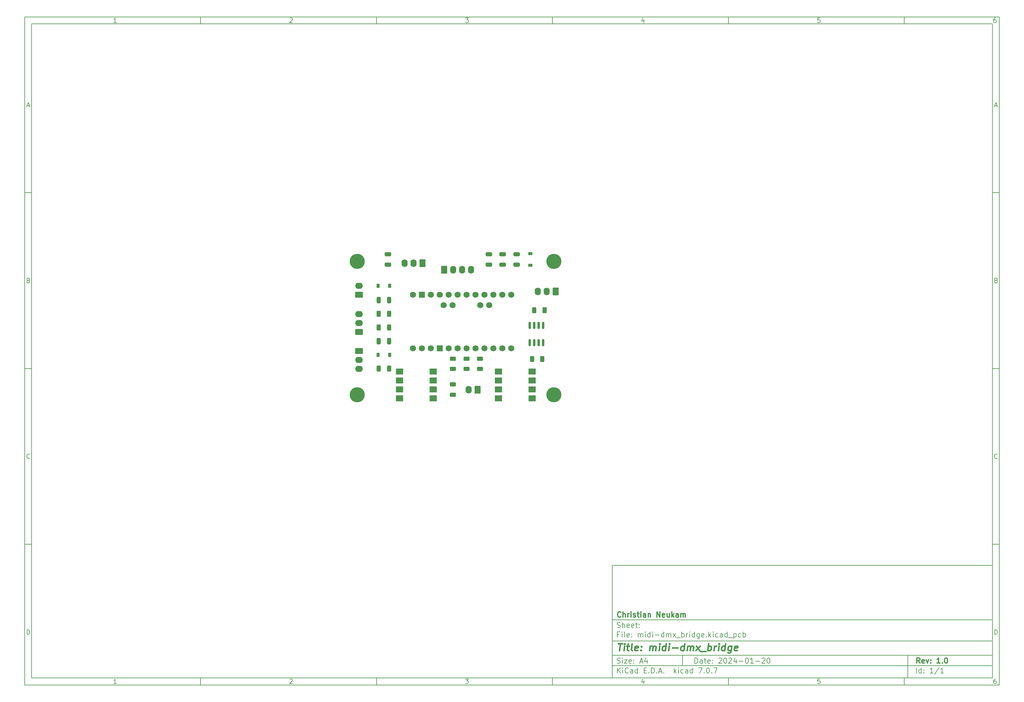
<source format=gbr>
%TF.GenerationSoftware,KiCad,Pcbnew,7.0.7*%
%TF.CreationDate,2024-01-28T22:30:17+01:00*%
%TF.ProjectId,midi-dmx_bridge,6d696469-2d64-46d7-985f-627269646765,1.0*%
%TF.SameCoordinates,PX5f5e100PY7459280*%
%TF.FileFunction,Soldermask,Top*%
%TF.FilePolarity,Negative*%
%FSLAX46Y46*%
G04 Gerber Fmt 4.6, Leading zero omitted, Abs format (unit mm)*
G04 Created by KiCad (PCBNEW 7.0.7) date 2024-01-28 22:30:17*
%MOMM*%
%LPD*%
G01*
G04 APERTURE LIST*
G04 Aperture macros list*
%AMRoundRect*
0 Rectangle with rounded corners*
0 $1 Rounding radius*
0 $2 $3 $4 $5 $6 $7 $8 $9 X,Y pos of 4 corners*
0 Add a 4 corners polygon primitive as box body*
4,1,4,$2,$3,$4,$5,$6,$7,$8,$9,$2,$3,0*
0 Add four circle primitives for the rounded corners*
1,1,$1+$1,$2,$3*
1,1,$1+$1,$4,$5*
1,1,$1+$1,$6,$7*
1,1,$1+$1,$8,$9*
0 Add four rect primitives between the rounded corners*
20,1,$1+$1,$2,$3,$4,$5,0*
20,1,$1+$1,$4,$5,$6,$7,0*
20,1,$1+$1,$6,$7,$8,$9,0*
20,1,$1+$1,$8,$9,$2,$3,0*%
G04 Aperture macros list end*
%ADD10C,0.100000*%
%ADD11C,0.150000*%
%ADD12C,0.300000*%
%ADD13C,0.400000*%
%ADD14RoundRect,0.250000X-0.625000X0.312500X-0.625000X-0.312500X0.625000X-0.312500X0.625000X0.312500X0*%
%ADD15R,2.000000X1.780000*%
%ADD16C,4.300000*%
%ADD17RoundRect,0.250000X-0.312500X-0.625000X0.312500X-0.625000X0.312500X0.625000X-0.312500X0.625000X0*%
%ADD18RoundRect,0.250000X0.650000X-0.325000X0.650000X0.325000X-0.650000X0.325000X-0.650000X-0.325000X0*%
%ADD19RoundRect,0.250000X0.620000X0.845000X-0.620000X0.845000X-0.620000X-0.845000X0.620000X-0.845000X0*%
%ADD20O,1.740000X2.190000*%
%ADD21RoundRect,0.250000X0.625000X-0.312500X0.625000X0.312500X-0.625000X0.312500X-0.625000X-0.312500X0*%
%ADD22RoundRect,0.225000X0.225000X0.375000X-0.225000X0.375000X-0.225000X-0.375000X0.225000X-0.375000X0*%
%ADD23RoundRect,0.250000X0.845000X-0.620000X0.845000X0.620000X-0.845000X0.620000X-0.845000X-0.620000X0*%
%ADD24O,2.190000X1.740000*%
%ADD25RoundRect,0.250000X0.325000X0.650000X-0.325000X0.650000X-0.325000X-0.650000X0.325000X-0.650000X0*%
%ADD26RoundRect,0.225000X0.375000X-0.225000X0.375000X0.225000X-0.375000X0.225000X-0.375000X-0.225000X0*%
%ADD27RoundRect,0.150000X0.150000X-0.825000X0.150000X0.825000X-0.150000X0.825000X-0.150000X-0.825000X0*%
%ADD28RoundRect,0.250000X-0.325000X-0.650000X0.325000X-0.650000X0.325000X0.650000X-0.325000X0.650000X0*%
%ADD29R,1.750000X2.250000*%
%ADD30O,1.750000X2.250000*%
%ADD31RoundRect,0.250000X-0.845000X0.620000X-0.845000X-0.620000X0.845000X-0.620000X0.845000X0.620000X0*%
%ADD32C,1.727200*%
%ADD33R,1.727200X1.727200*%
%ADD34RoundRect,0.250000X-0.650000X0.325000X-0.650000X-0.325000X0.650000X-0.325000X0.650000X0.325000X0*%
G04 APERTURE END LIST*
D10*
D11*
X77002200Y-44007200D02*
X185002200Y-44007200D01*
X185002200Y-76007200D01*
X77002200Y-76007200D01*
X77002200Y-44007200D01*
D10*
D11*
X-90000000Y112000000D02*
X187002200Y112000000D01*
X187002200Y-78007200D01*
X-90000000Y-78007200D01*
X-90000000Y112000000D01*
D10*
D11*
X-88000000Y110000000D02*
X185002200Y110000000D01*
X185002200Y-76007200D01*
X-88000000Y-76007200D01*
X-88000000Y110000000D01*
D10*
D11*
X-40000000Y110000000D02*
X-40000000Y112000000D01*
D10*
D11*
X10000000Y110000000D02*
X10000000Y112000000D01*
D10*
D11*
X60000000Y110000000D02*
X60000000Y112000000D01*
D10*
D11*
X110000000Y110000000D02*
X110000000Y112000000D01*
D10*
D11*
X160000000Y110000000D02*
X160000000Y112000000D01*
D10*
D11*
X-63910840Y110406396D02*
X-64653697Y110406396D01*
X-64282269Y110406396D02*
X-64282269Y111706396D01*
X-64282269Y111706396D02*
X-64406078Y111520681D01*
X-64406078Y111520681D02*
X-64529888Y111396872D01*
X-64529888Y111396872D02*
X-64653697Y111334967D01*
D10*
D11*
X-14653697Y111582586D02*
X-14591793Y111644491D01*
X-14591793Y111644491D02*
X-14467983Y111706396D01*
X-14467983Y111706396D02*
X-14158459Y111706396D01*
X-14158459Y111706396D02*
X-14034650Y111644491D01*
X-14034650Y111644491D02*
X-13972745Y111582586D01*
X-13972745Y111582586D02*
X-13910840Y111458777D01*
X-13910840Y111458777D02*
X-13910840Y111334967D01*
X-13910840Y111334967D02*
X-13972745Y111149253D01*
X-13972745Y111149253D02*
X-14715602Y110406396D01*
X-14715602Y110406396D02*
X-13910840Y110406396D01*
D10*
D11*
X35284398Y111706396D02*
X36089160Y111706396D01*
X36089160Y111706396D02*
X35655826Y111211158D01*
X35655826Y111211158D02*
X35841541Y111211158D01*
X35841541Y111211158D02*
X35965350Y111149253D01*
X35965350Y111149253D02*
X36027255Y111087348D01*
X36027255Y111087348D02*
X36089160Y110963539D01*
X36089160Y110963539D02*
X36089160Y110654015D01*
X36089160Y110654015D02*
X36027255Y110530205D01*
X36027255Y110530205D02*
X35965350Y110468300D01*
X35965350Y110468300D02*
X35841541Y110406396D01*
X35841541Y110406396D02*
X35470112Y110406396D01*
X35470112Y110406396D02*
X35346303Y110468300D01*
X35346303Y110468300D02*
X35284398Y110530205D01*
D10*
D11*
X85965350Y111273062D02*
X85965350Y110406396D01*
X85655826Y111768300D02*
X85346303Y110839729D01*
X85346303Y110839729D02*
X86151064Y110839729D01*
D10*
D11*
X136027255Y111706396D02*
X135408207Y111706396D01*
X135408207Y111706396D02*
X135346303Y111087348D01*
X135346303Y111087348D02*
X135408207Y111149253D01*
X135408207Y111149253D02*
X135532017Y111211158D01*
X135532017Y111211158D02*
X135841541Y111211158D01*
X135841541Y111211158D02*
X135965350Y111149253D01*
X135965350Y111149253D02*
X136027255Y111087348D01*
X136027255Y111087348D02*
X136089160Y110963539D01*
X136089160Y110963539D02*
X136089160Y110654015D01*
X136089160Y110654015D02*
X136027255Y110530205D01*
X136027255Y110530205D02*
X135965350Y110468300D01*
X135965350Y110468300D02*
X135841541Y110406396D01*
X135841541Y110406396D02*
X135532017Y110406396D01*
X135532017Y110406396D02*
X135408207Y110468300D01*
X135408207Y110468300D02*
X135346303Y110530205D01*
D10*
D11*
X185965350Y111706396D02*
X185717731Y111706396D01*
X185717731Y111706396D02*
X185593922Y111644491D01*
X185593922Y111644491D02*
X185532017Y111582586D01*
X185532017Y111582586D02*
X185408207Y111396872D01*
X185408207Y111396872D02*
X185346303Y111149253D01*
X185346303Y111149253D02*
X185346303Y110654015D01*
X185346303Y110654015D02*
X185408207Y110530205D01*
X185408207Y110530205D02*
X185470112Y110468300D01*
X185470112Y110468300D02*
X185593922Y110406396D01*
X185593922Y110406396D02*
X185841541Y110406396D01*
X185841541Y110406396D02*
X185965350Y110468300D01*
X185965350Y110468300D02*
X186027255Y110530205D01*
X186027255Y110530205D02*
X186089160Y110654015D01*
X186089160Y110654015D02*
X186089160Y110963539D01*
X186089160Y110963539D02*
X186027255Y111087348D01*
X186027255Y111087348D02*
X185965350Y111149253D01*
X185965350Y111149253D02*
X185841541Y111211158D01*
X185841541Y111211158D02*
X185593922Y111211158D01*
X185593922Y111211158D02*
X185470112Y111149253D01*
X185470112Y111149253D02*
X185408207Y111087348D01*
X185408207Y111087348D02*
X185346303Y110963539D01*
D10*
D11*
X-40000000Y-76007200D02*
X-40000000Y-78007200D01*
D10*
D11*
X10000000Y-76007200D02*
X10000000Y-78007200D01*
D10*
D11*
X60000000Y-76007200D02*
X60000000Y-78007200D01*
D10*
D11*
X110000000Y-76007200D02*
X110000000Y-78007200D01*
D10*
D11*
X160000000Y-76007200D02*
X160000000Y-78007200D01*
D10*
D11*
X-63910840Y-77600804D02*
X-64653697Y-77600804D01*
X-64282269Y-77600804D02*
X-64282269Y-76300804D01*
X-64282269Y-76300804D02*
X-64406078Y-76486519D01*
X-64406078Y-76486519D02*
X-64529888Y-76610328D01*
X-64529888Y-76610328D02*
X-64653697Y-76672233D01*
D10*
D11*
X-14653697Y-76424614D02*
X-14591793Y-76362709D01*
X-14591793Y-76362709D02*
X-14467983Y-76300804D01*
X-14467983Y-76300804D02*
X-14158459Y-76300804D01*
X-14158459Y-76300804D02*
X-14034650Y-76362709D01*
X-14034650Y-76362709D02*
X-13972745Y-76424614D01*
X-13972745Y-76424614D02*
X-13910840Y-76548423D01*
X-13910840Y-76548423D02*
X-13910840Y-76672233D01*
X-13910840Y-76672233D02*
X-13972745Y-76857947D01*
X-13972745Y-76857947D02*
X-14715602Y-77600804D01*
X-14715602Y-77600804D02*
X-13910840Y-77600804D01*
D10*
D11*
X35284398Y-76300804D02*
X36089160Y-76300804D01*
X36089160Y-76300804D02*
X35655826Y-76796042D01*
X35655826Y-76796042D02*
X35841541Y-76796042D01*
X35841541Y-76796042D02*
X35965350Y-76857947D01*
X35965350Y-76857947D02*
X36027255Y-76919852D01*
X36027255Y-76919852D02*
X36089160Y-77043661D01*
X36089160Y-77043661D02*
X36089160Y-77353185D01*
X36089160Y-77353185D02*
X36027255Y-77476995D01*
X36027255Y-77476995D02*
X35965350Y-77538900D01*
X35965350Y-77538900D02*
X35841541Y-77600804D01*
X35841541Y-77600804D02*
X35470112Y-77600804D01*
X35470112Y-77600804D02*
X35346303Y-77538900D01*
X35346303Y-77538900D02*
X35284398Y-77476995D01*
D10*
D11*
X85965350Y-76734138D02*
X85965350Y-77600804D01*
X85655826Y-76238900D02*
X85346303Y-77167471D01*
X85346303Y-77167471D02*
X86151064Y-77167471D01*
D10*
D11*
X136027255Y-76300804D02*
X135408207Y-76300804D01*
X135408207Y-76300804D02*
X135346303Y-76919852D01*
X135346303Y-76919852D02*
X135408207Y-76857947D01*
X135408207Y-76857947D02*
X135532017Y-76796042D01*
X135532017Y-76796042D02*
X135841541Y-76796042D01*
X135841541Y-76796042D02*
X135965350Y-76857947D01*
X135965350Y-76857947D02*
X136027255Y-76919852D01*
X136027255Y-76919852D02*
X136089160Y-77043661D01*
X136089160Y-77043661D02*
X136089160Y-77353185D01*
X136089160Y-77353185D02*
X136027255Y-77476995D01*
X136027255Y-77476995D02*
X135965350Y-77538900D01*
X135965350Y-77538900D02*
X135841541Y-77600804D01*
X135841541Y-77600804D02*
X135532017Y-77600804D01*
X135532017Y-77600804D02*
X135408207Y-77538900D01*
X135408207Y-77538900D02*
X135346303Y-77476995D01*
D10*
D11*
X185965350Y-76300804D02*
X185717731Y-76300804D01*
X185717731Y-76300804D02*
X185593922Y-76362709D01*
X185593922Y-76362709D02*
X185532017Y-76424614D01*
X185532017Y-76424614D02*
X185408207Y-76610328D01*
X185408207Y-76610328D02*
X185346303Y-76857947D01*
X185346303Y-76857947D02*
X185346303Y-77353185D01*
X185346303Y-77353185D02*
X185408207Y-77476995D01*
X185408207Y-77476995D02*
X185470112Y-77538900D01*
X185470112Y-77538900D02*
X185593922Y-77600804D01*
X185593922Y-77600804D02*
X185841541Y-77600804D01*
X185841541Y-77600804D02*
X185965350Y-77538900D01*
X185965350Y-77538900D02*
X186027255Y-77476995D01*
X186027255Y-77476995D02*
X186089160Y-77353185D01*
X186089160Y-77353185D02*
X186089160Y-77043661D01*
X186089160Y-77043661D02*
X186027255Y-76919852D01*
X186027255Y-76919852D02*
X185965350Y-76857947D01*
X185965350Y-76857947D02*
X185841541Y-76796042D01*
X185841541Y-76796042D02*
X185593922Y-76796042D01*
X185593922Y-76796042D02*
X185470112Y-76857947D01*
X185470112Y-76857947D02*
X185408207Y-76919852D01*
X185408207Y-76919852D02*
X185346303Y-77043661D01*
D10*
D11*
X-90000000Y62000000D02*
X-88000000Y62000000D01*
D10*
D11*
X-90000000Y12000000D02*
X-88000000Y12000000D01*
D10*
D11*
X-90000000Y-38000000D02*
X-88000000Y-38000000D01*
D10*
D11*
X-89309524Y86777824D02*
X-88690477Y86777824D01*
X-89433334Y86406396D02*
X-89000001Y87706396D01*
X-89000001Y87706396D02*
X-88566667Y86406396D01*
D10*
D11*
X-88907143Y37087348D02*
X-88721429Y37025443D01*
X-88721429Y37025443D02*
X-88659524Y36963539D01*
X-88659524Y36963539D02*
X-88597620Y36839729D01*
X-88597620Y36839729D02*
X-88597620Y36654015D01*
X-88597620Y36654015D02*
X-88659524Y36530205D01*
X-88659524Y36530205D02*
X-88721429Y36468300D01*
X-88721429Y36468300D02*
X-88845239Y36406396D01*
X-88845239Y36406396D02*
X-89340477Y36406396D01*
X-89340477Y36406396D02*
X-89340477Y37706396D01*
X-89340477Y37706396D02*
X-88907143Y37706396D01*
X-88907143Y37706396D02*
X-88783334Y37644491D01*
X-88783334Y37644491D02*
X-88721429Y37582586D01*
X-88721429Y37582586D02*
X-88659524Y37458777D01*
X-88659524Y37458777D02*
X-88659524Y37334967D01*
X-88659524Y37334967D02*
X-88721429Y37211158D01*
X-88721429Y37211158D02*
X-88783334Y37149253D01*
X-88783334Y37149253D02*
X-88907143Y37087348D01*
X-88907143Y37087348D02*
X-89340477Y37087348D01*
D10*
D11*
X-88597620Y-13469795D02*
X-88659524Y-13531700D01*
X-88659524Y-13531700D02*
X-88845239Y-13593604D01*
X-88845239Y-13593604D02*
X-88969048Y-13593604D01*
X-88969048Y-13593604D02*
X-89154762Y-13531700D01*
X-89154762Y-13531700D02*
X-89278572Y-13407890D01*
X-89278572Y-13407890D02*
X-89340477Y-13284080D01*
X-89340477Y-13284080D02*
X-89402381Y-13036461D01*
X-89402381Y-13036461D02*
X-89402381Y-12850747D01*
X-89402381Y-12850747D02*
X-89340477Y-12603128D01*
X-89340477Y-12603128D02*
X-89278572Y-12479319D01*
X-89278572Y-12479319D02*
X-89154762Y-12355509D01*
X-89154762Y-12355509D02*
X-88969048Y-12293604D01*
X-88969048Y-12293604D02*
X-88845239Y-12293604D01*
X-88845239Y-12293604D02*
X-88659524Y-12355509D01*
X-88659524Y-12355509D02*
X-88597620Y-12417414D01*
D10*
D11*
X-89340477Y-63593604D02*
X-89340477Y-62293604D01*
X-89340477Y-62293604D02*
X-89030953Y-62293604D01*
X-89030953Y-62293604D02*
X-88845239Y-62355509D01*
X-88845239Y-62355509D02*
X-88721429Y-62479319D01*
X-88721429Y-62479319D02*
X-88659524Y-62603128D01*
X-88659524Y-62603128D02*
X-88597620Y-62850747D01*
X-88597620Y-62850747D02*
X-88597620Y-63036461D01*
X-88597620Y-63036461D02*
X-88659524Y-63284080D01*
X-88659524Y-63284080D02*
X-88721429Y-63407890D01*
X-88721429Y-63407890D02*
X-88845239Y-63531700D01*
X-88845239Y-63531700D02*
X-89030953Y-63593604D01*
X-89030953Y-63593604D02*
X-89340477Y-63593604D01*
D10*
D11*
X187002200Y62000000D02*
X185002200Y62000000D01*
D10*
D11*
X187002200Y12000000D02*
X185002200Y12000000D01*
D10*
D11*
X187002200Y-38000000D02*
X185002200Y-38000000D01*
D10*
D11*
X185692676Y86777824D02*
X186311723Y86777824D01*
X185568866Y86406396D02*
X186002199Y87706396D01*
X186002199Y87706396D02*
X186435533Y86406396D01*
D10*
D11*
X186095057Y37087348D02*
X186280771Y37025443D01*
X186280771Y37025443D02*
X186342676Y36963539D01*
X186342676Y36963539D02*
X186404580Y36839729D01*
X186404580Y36839729D02*
X186404580Y36654015D01*
X186404580Y36654015D02*
X186342676Y36530205D01*
X186342676Y36530205D02*
X186280771Y36468300D01*
X186280771Y36468300D02*
X186156961Y36406396D01*
X186156961Y36406396D02*
X185661723Y36406396D01*
X185661723Y36406396D02*
X185661723Y37706396D01*
X185661723Y37706396D02*
X186095057Y37706396D01*
X186095057Y37706396D02*
X186218866Y37644491D01*
X186218866Y37644491D02*
X186280771Y37582586D01*
X186280771Y37582586D02*
X186342676Y37458777D01*
X186342676Y37458777D02*
X186342676Y37334967D01*
X186342676Y37334967D02*
X186280771Y37211158D01*
X186280771Y37211158D02*
X186218866Y37149253D01*
X186218866Y37149253D02*
X186095057Y37087348D01*
X186095057Y37087348D02*
X185661723Y37087348D01*
D10*
D11*
X186404580Y-13469795D02*
X186342676Y-13531700D01*
X186342676Y-13531700D02*
X186156961Y-13593604D01*
X186156961Y-13593604D02*
X186033152Y-13593604D01*
X186033152Y-13593604D02*
X185847438Y-13531700D01*
X185847438Y-13531700D02*
X185723628Y-13407890D01*
X185723628Y-13407890D02*
X185661723Y-13284080D01*
X185661723Y-13284080D02*
X185599819Y-13036461D01*
X185599819Y-13036461D02*
X185599819Y-12850747D01*
X185599819Y-12850747D02*
X185661723Y-12603128D01*
X185661723Y-12603128D02*
X185723628Y-12479319D01*
X185723628Y-12479319D02*
X185847438Y-12355509D01*
X185847438Y-12355509D02*
X186033152Y-12293604D01*
X186033152Y-12293604D02*
X186156961Y-12293604D01*
X186156961Y-12293604D02*
X186342676Y-12355509D01*
X186342676Y-12355509D02*
X186404580Y-12417414D01*
D10*
D11*
X185661723Y-63593604D02*
X185661723Y-62293604D01*
X185661723Y-62293604D02*
X185971247Y-62293604D01*
X185971247Y-62293604D02*
X186156961Y-62355509D01*
X186156961Y-62355509D02*
X186280771Y-62479319D01*
X186280771Y-62479319D02*
X186342676Y-62603128D01*
X186342676Y-62603128D02*
X186404580Y-62850747D01*
X186404580Y-62850747D02*
X186404580Y-63036461D01*
X186404580Y-63036461D02*
X186342676Y-63284080D01*
X186342676Y-63284080D02*
X186280771Y-63407890D01*
X186280771Y-63407890D02*
X186156961Y-63531700D01*
X186156961Y-63531700D02*
X185971247Y-63593604D01*
X185971247Y-63593604D02*
X185661723Y-63593604D01*
D10*
D11*
X100458026Y-71793328D02*
X100458026Y-70293328D01*
X100458026Y-70293328D02*
X100815169Y-70293328D01*
X100815169Y-70293328D02*
X101029455Y-70364757D01*
X101029455Y-70364757D02*
X101172312Y-70507614D01*
X101172312Y-70507614D02*
X101243741Y-70650471D01*
X101243741Y-70650471D02*
X101315169Y-70936185D01*
X101315169Y-70936185D02*
X101315169Y-71150471D01*
X101315169Y-71150471D02*
X101243741Y-71436185D01*
X101243741Y-71436185D02*
X101172312Y-71579042D01*
X101172312Y-71579042D02*
X101029455Y-71721900D01*
X101029455Y-71721900D02*
X100815169Y-71793328D01*
X100815169Y-71793328D02*
X100458026Y-71793328D01*
X102600884Y-71793328D02*
X102600884Y-71007614D01*
X102600884Y-71007614D02*
X102529455Y-70864757D01*
X102529455Y-70864757D02*
X102386598Y-70793328D01*
X102386598Y-70793328D02*
X102100884Y-70793328D01*
X102100884Y-70793328D02*
X101958026Y-70864757D01*
X102600884Y-71721900D02*
X102458026Y-71793328D01*
X102458026Y-71793328D02*
X102100884Y-71793328D01*
X102100884Y-71793328D02*
X101958026Y-71721900D01*
X101958026Y-71721900D02*
X101886598Y-71579042D01*
X101886598Y-71579042D02*
X101886598Y-71436185D01*
X101886598Y-71436185D02*
X101958026Y-71293328D01*
X101958026Y-71293328D02*
X102100884Y-71221900D01*
X102100884Y-71221900D02*
X102458026Y-71221900D01*
X102458026Y-71221900D02*
X102600884Y-71150471D01*
X103100884Y-70793328D02*
X103672312Y-70793328D01*
X103315169Y-70293328D02*
X103315169Y-71579042D01*
X103315169Y-71579042D02*
X103386598Y-71721900D01*
X103386598Y-71721900D02*
X103529455Y-71793328D01*
X103529455Y-71793328D02*
X103672312Y-71793328D01*
X104743741Y-71721900D02*
X104600884Y-71793328D01*
X104600884Y-71793328D02*
X104315170Y-71793328D01*
X104315170Y-71793328D02*
X104172312Y-71721900D01*
X104172312Y-71721900D02*
X104100884Y-71579042D01*
X104100884Y-71579042D02*
X104100884Y-71007614D01*
X104100884Y-71007614D02*
X104172312Y-70864757D01*
X104172312Y-70864757D02*
X104315170Y-70793328D01*
X104315170Y-70793328D02*
X104600884Y-70793328D01*
X104600884Y-70793328D02*
X104743741Y-70864757D01*
X104743741Y-70864757D02*
X104815170Y-71007614D01*
X104815170Y-71007614D02*
X104815170Y-71150471D01*
X104815170Y-71150471D02*
X104100884Y-71293328D01*
X105458026Y-71650471D02*
X105529455Y-71721900D01*
X105529455Y-71721900D02*
X105458026Y-71793328D01*
X105458026Y-71793328D02*
X105386598Y-71721900D01*
X105386598Y-71721900D02*
X105458026Y-71650471D01*
X105458026Y-71650471D02*
X105458026Y-71793328D01*
X105458026Y-70864757D02*
X105529455Y-70936185D01*
X105529455Y-70936185D02*
X105458026Y-71007614D01*
X105458026Y-71007614D02*
X105386598Y-70936185D01*
X105386598Y-70936185D02*
X105458026Y-70864757D01*
X105458026Y-70864757D02*
X105458026Y-71007614D01*
X107243741Y-70436185D02*
X107315169Y-70364757D01*
X107315169Y-70364757D02*
X107458027Y-70293328D01*
X107458027Y-70293328D02*
X107815169Y-70293328D01*
X107815169Y-70293328D02*
X107958027Y-70364757D01*
X107958027Y-70364757D02*
X108029455Y-70436185D01*
X108029455Y-70436185D02*
X108100884Y-70579042D01*
X108100884Y-70579042D02*
X108100884Y-70721900D01*
X108100884Y-70721900D02*
X108029455Y-70936185D01*
X108029455Y-70936185D02*
X107172312Y-71793328D01*
X107172312Y-71793328D02*
X108100884Y-71793328D01*
X109029455Y-70293328D02*
X109172312Y-70293328D01*
X109172312Y-70293328D02*
X109315169Y-70364757D01*
X109315169Y-70364757D02*
X109386598Y-70436185D01*
X109386598Y-70436185D02*
X109458026Y-70579042D01*
X109458026Y-70579042D02*
X109529455Y-70864757D01*
X109529455Y-70864757D02*
X109529455Y-71221900D01*
X109529455Y-71221900D02*
X109458026Y-71507614D01*
X109458026Y-71507614D02*
X109386598Y-71650471D01*
X109386598Y-71650471D02*
X109315169Y-71721900D01*
X109315169Y-71721900D02*
X109172312Y-71793328D01*
X109172312Y-71793328D02*
X109029455Y-71793328D01*
X109029455Y-71793328D02*
X108886598Y-71721900D01*
X108886598Y-71721900D02*
X108815169Y-71650471D01*
X108815169Y-71650471D02*
X108743740Y-71507614D01*
X108743740Y-71507614D02*
X108672312Y-71221900D01*
X108672312Y-71221900D02*
X108672312Y-70864757D01*
X108672312Y-70864757D02*
X108743740Y-70579042D01*
X108743740Y-70579042D02*
X108815169Y-70436185D01*
X108815169Y-70436185D02*
X108886598Y-70364757D01*
X108886598Y-70364757D02*
X109029455Y-70293328D01*
X110100883Y-70436185D02*
X110172311Y-70364757D01*
X110172311Y-70364757D02*
X110315169Y-70293328D01*
X110315169Y-70293328D02*
X110672311Y-70293328D01*
X110672311Y-70293328D02*
X110815169Y-70364757D01*
X110815169Y-70364757D02*
X110886597Y-70436185D01*
X110886597Y-70436185D02*
X110958026Y-70579042D01*
X110958026Y-70579042D02*
X110958026Y-70721900D01*
X110958026Y-70721900D02*
X110886597Y-70936185D01*
X110886597Y-70936185D02*
X110029454Y-71793328D01*
X110029454Y-71793328D02*
X110958026Y-71793328D01*
X112243740Y-70793328D02*
X112243740Y-71793328D01*
X111886597Y-70221900D02*
X111529454Y-71293328D01*
X111529454Y-71293328D02*
X112458025Y-71293328D01*
X113029453Y-71221900D02*
X114172311Y-71221900D01*
X115172311Y-70293328D02*
X115315168Y-70293328D01*
X115315168Y-70293328D02*
X115458025Y-70364757D01*
X115458025Y-70364757D02*
X115529454Y-70436185D01*
X115529454Y-70436185D02*
X115600882Y-70579042D01*
X115600882Y-70579042D02*
X115672311Y-70864757D01*
X115672311Y-70864757D02*
X115672311Y-71221900D01*
X115672311Y-71221900D02*
X115600882Y-71507614D01*
X115600882Y-71507614D02*
X115529454Y-71650471D01*
X115529454Y-71650471D02*
X115458025Y-71721900D01*
X115458025Y-71721900D02*
X115315168Y-71793328D01*
X115315168Y-71793328D02*
X115172311Y-71793328D01*
X115172311Y-71793328D02*
X115029454Y-71721900D01*
X115029454Y-71721900D02*
X114958025Y-71650471D01*
X114958025Y-71650471D02*
X114886596Y-71507614D01*
X114886596Y-71507614D02*
X114815168Y-71221900D01*
X114815168Y-71221900D02*
X114815168Y-70864757D01*
X114815168Y-70864757D02*
X114886596Y-70579042D01*
X114886596Y-70579042D02*
X114958025Y-70436185D01*
X114958025Y-70436185D02*
X115029454Y-70364757D01*
X115029454Y-70364757D02*
X115172311Y-70293328D01*
X117100882Y-71793328D02*
X116243739Y-71793328D01*
X116672310Y-71793328D02*
X116672310Y-70293328D01*
X116672310Y-70293328D02*
X116529453Y-70507614D01*
X116529453Y-70507614D02*
X116386596Y-70650471D01*
X116386596Y-70650471D02*
X116243739Y-70721900D01*
X117743738Y-71221900D02*
X118886596Y-71221900D01*
X119529453Y-70436185D02*
X119600881Y-70364757D01*
X119600881Y-70364757D02*
X119743739Y-70293328D01*
X119743739Y-70293328D02*
X120100881Y-70293328D01*
X120100881Y-70293328D02*
X120243739Y-70364757D01*
X120243739Y-70364757D02*
X120315167Y-70436185D01*
X120315167Y-70436185D02*
X120386596Y-70579042D01*
X120386596Y-70579042D02*
X120386596Y-70721900D01*
X120386596Y-70721900D02*
X120315167Y-70936185D01*
X120315167Y-70936185D02*
X119458024Y-71793328D01*
X119458024Y-71793328D02*
X120386596Y-71793328D01*
X121315167Y-70293328D02*
X121458024Y-70293328D01*
X121458024Y-70293328D02*
X121600881Y-70364757D01*
X121600881Y-70364757D02*
X121672310Y-70436185D01*
X121672310Y-70436185D02*
X121743738Y-70579042D01*
X121743738Y-70579042D02*
X121815167Y-70864757D01*
X121815167Y-70864757D02*
X121815167Y-71221900D01*
X121815167Y-71221900D02*
X121743738Y-71507614D01*
X121743738Y-71507614D02*
X121672310Y-71650471D01*
X121672310Y-71650471D02*
X121600881Y-71721900D01*
X121600881Y-71721900D02*
X121458024Y-71793328D01*
X121458024Y-71793328D02*
X121315167Y-71793328D01*
X121315167Y-71793328D02*
X121172310Y-71721900D01*
X121172310Y-71721900D02*
X121100881Y-71650471D01*
X121100881Y-71650471D02*
X121029452Y-71507614D01*
X121029452Y-71507614D02*
X120958024Y-71221900D01*
X120958024Y-71221900D02*
X120958024Y-70864757D01*
X120958024Y-70864757D02*
X121029452Y-70579042D01*
X121029452Y-70579042D02*
X121100881Y-70436185D01*
X121100881Y-70436185D02*
X121172310Y-70364757D01*
X121172310Y-70364757D02*
X121315167Y-70293328D01*
D10*
D11*
X77002200Y-72507200D02*
X185002200Y-72507200D01*
D10*
D11*
X78458026Y-74593328D02*
X78458026Y-73093328D01*
X79315169Y-74593328D02*
X78672312Y-73736185D01*
X79315169Y-73093328D02*
X78458026Y-73950471D01*
X79958026Y-74593328D02*
X79958026Y-73593328D01*
X79958026Y-73093328D02*
X79886598Y-73164757D01*
X79886598Y-73164757D02*
X79958026Y-73236185D01*
X79958026Y-73236185D02*
X80029455Y-73164757D01*
X80029455Y-73164757D02*
X79958026Y-73093328D01*
X79958026Y-73093328D02*
X79958026Y-73236185D01*
X81529455Y-74450471D02*
X81458027Y-74521900D01*
X81458027Y-74521900D02*
X81243741Y-74593328D01*
X81243741Y-74593328D02*
X81100884Y-74593328D01*
X81100884Y-74593328D02*
X80886598Y-74521900D01*
X80886598Y-74521900D02*
X80743741Y-74379042D01*
X80743741Y-74379042D02*
X80672312Y-74236185D01*
X80672312Y-74236185D02*
X80600884Y-73950471D01*
X80600884Y-73950471D02*
X80600884Y-73736185D01*
X80600884Y-73736185D02*
X80672312Y-73450471D01*
X80672312Y-73450471D02*
X80743741Y-73307614D01*
X80743741Y-73307614D02*
X80886598Y-73164757D01*
X80886598Y-73164757D02*
X81100884Y-73093328D01*
X81100884Y-73093328D02*
X81243741Y-73093328D01*
X81243741Y-73093328D02*
X81458027Y-73164757D01*
X81458027Y-73164757D02*
X81529455Y-73236185D01*
X82815170Y-74593328D02*
X82815170Y-73807614D01*
X82815170Y-73807614D02*
X82743741Y-73664757D01*
X82743741Y-73664757D02*
X82600884Y-73593328D01*
X82600884Y-73593328D02*
X82315170Y-73593328D01*
X82315170Y-73593328D02*
X82172312Y-73664757D01*
X82815170Y-74521900D02*
X82672312Y-74593328D01*
X82672312Y-74593328D02*
X82315170Y-74593328D01*
X82315170Y-74593328D02*
X82172312Y-74521900D01*
X82172312Y-74521900D02*
X82100884Y-74379042D01*
X82100884Y-74379042D02*
X82100884Y-74236185D01*
X82100884Y-74236185D02*
X82172312Y-74093328D01*
X82172312Y-74093328D02*
X82315170Y-74021900D01*
X82315170Y-74021900D02*
X82672312Y-74021900D01*
X82672312Y-74021900D02*
X82815170Y-73950471D01*
X84172313Y-74593328D02*
X84172313Y-73093328D01*
X84172313Y-74521900D02*
X84029455Y-74593328D01*
X84029455Y-74593328D02*
X83743741Y-74593328D01*
X83743741Y-74593328D02*
X83600884Y-74521900D01*
X83600884Y-74521900D02*
X83529455Y-74450471D01*
X83529455Y-74450471D02*
X83458027Y-74307614D01*
X83458027Y-74307614D02*
X83458027Y-73879042D01*
X83458027Y-73879042D02*
X83529455Y-73736185D01*
X83529455Y-73736185D02*
X83600884Y-73664757D01*
X83600884Y-73664757D02*
X83743741Y-73593328D01*
X83743741Y-73593328D02*
X84029455Y-73593328D01*
X84029455Y-73593328D02*
X84172313Y-73664757D01*
X86029455Y-73807614D02*
X86529455Y-73807614D01*
X86743741Y-74593328D02*
X86029455Y-74593328D01*
X86029455Y-74593328D02*
X86029455Y-73093328D01*
X86029455Y-73093328D02*
X86743741Y-73093328D01*
X87386598Y-74450471D02*
X87458027Y-74521900D01*
X87458027Y-74521900D02*
X87386598Y-74593328D01*
X87386598Y-74593328D02*
X87315170Y-74521900D01*
X87315170Y-74521900D02*
X87386598Y-74450471D01*
X87386598Y-74450471D02*
X87386598Y-74593328D01*
X88100884Y-74593328D02*
X88100884Y-73093328D01*
X88100884Y-73093328D02*
X88458027Y-73093328D01*
X88458027Y-73093328D02*
X88672313Y-73164757D01*
X88672313Y-73164757D02*
X88815170Y-73307614D01*
X88815170Y-73307614D02*
X88886599Y-73450471D01*
X88886599Y-73450471D02*
X88958027Y-73736185D01*
X88958027Y-73736185D02*
X88958027Y-73950471D01*
X88958027Y-73950471D02*
X88886599Y-74236185D01*
X88886599Y-74236185D02*
X88815170Y-74379042D01*
X88815170Y-74379042D02*
X88672313Y-74521900D01*
X88672313Y-74521900D02*
X88458027Y-74593328D01*
X88458027Y-74593328D02*
X88100884Y-74593328D01*
X89600884Y-74450471D02*
X89672313Y-74521900D01*
X89672313Y-74521900D02*
X89600884Y-74593328D01*
X89600884Y-74593328D02*
X89529456Y-74521900D01*
X89529456Y-74521900D02*
X89600884Y-74450471D01*
X89600884Y-74450471D02*
X89600884Y-74593328D01*
X90243742Y-74164757D02*
X90958028Y-74164757D01*
X90100885Y-74593328D02*
X90600885Y-73093328D01*
X90600885Y-73093328D02*
X91100885Y-74593328D01*
X91600884Y-74450471D02*
X91672313Y-74521900D01*
X91672313Y-74521900D02*
X91600884Y-74593328D01*
X91600884Y-74593328D02*
X91529456Y-74521900D01*
X91529456Y-74521900D02*
X91600884Y-74450471D01*
X91600884Y-74450471D02*
X91600884Y-74593328D01*
X94600884Y-74593328D02*
X94600884Y-73093328D01*
X94743742Y-74021900D02*
X95172313Y-74593328D01*
X95172313Y-73593328D02*
X94600884Y-74164757D01*
X95815170Y-74593328D02*
X95815170Y-73593328D01*
X95815170Y-73093328D02*
X95743742Y-73164757D01*
X95743742Y-73164757D02*
X95815170Y-73236185D01*
X95815170Y-73236185D02*
X95886599Y-73164757D01*
X95886599Y-73164757D02*
X95815170Y-73093328D01*
X95815170Y-73093328D02*
X95815170Y-73236185D01*
X97172314Y-74521900D02*
X97029456Y-74593328D01*
X97029456Y-74593328D02*
X96743742Y-74593328D01*
X96743742Y-74593328D02*
X96600885Y-74521900D01*
X96600885Y-74521900D02*
X96529456Y-74450471D01*
X96529456Y-74450471D02*
X96458028Y-74307614D01*
X96458028Y-74307614D02*
X96458028Y-73879042D01*
X96458028Y-73879042D02*
X96529456Y-73736185D01*
X96529456Y-73736185D02*
X96600885Y-73664757D01*
X96600885Y-73664757D02*
X96743742Y-73593328D01*
X96743742Y-73593328D02*
X97029456Y-73593328D01*
X97029456Y-73593328D02*
X97172314Y-73664757D01*
X98458028Y-74593328D02*
X98458028Y-73807614D01*
X98458028Y-73807614D02*
X98386599Y-73664757D01*
X98386599Y-73664757D02*
X98243742Y-73593328D01*
X98243742Y-73593328D02*
X97958028Y-73593328D01*
X97958028Y-73593328D02*
X97815170Y-73664757D01*
X98458028Y-74521900D02*
X98315170Y-74593328D01*
X98315170Y-74593328D02*
X97958028Y-74593328D01*
X97958028Y-74593328D02*
X97815170Y-74521900D01*
X97815170Y-74521900D02*
X97743742Y-74379042D01*
X97743742Y-74379042D02*
X97743742Y-74236185D01*
X97743742Y-74236185D02*
X97815170Y-74093328D01*
X97815170Y-74093328D02*
X97958028Y-74021900D01*
X97958028Y-74021900D02*
X98315170Y-74021900D01*
X98315170Y-74021900D02*
X98458028Y-73950471D01*
X99815171Y-74593328D02*
X99815171Y-73093328D01*
X99815171Y-74521900D02*
X99672313Y-74593328D01*
X99672313Y-74593328D02*
X99386599Y-74593328D01*
X99386599Y-74593328D02*
X99243742Y-74521900D01*
X99243742Y-74521900D02*
X99172313Y-74450471D01*
X99172313Y-74450471D02*
X99100885Y-74307614D01*
X99100885Y-74307614D02*
X99100885Y-73879042D01*
X99100885Y-73879042D02*
X99172313Y-73736185D01*
X99172313Y-73736185D02*
X99243742Y-73664757D01*
X99243742Y-73664757D02*
X99386599Y-73593328D01*
X99386599Y-73593328D02*
X99672313Y-73593328D01*
X99672313Y-73593328D02*
X99815171Y-73664757D01*
X101529456Y-73093328D02*
X102529456Y-73093328D01*
X102529456Y-73093328D02*
X101886599Y-74593328D01*
X103100884Y-74450471D02*
X103172313Y-74521900D01*
X103172313Y-74521900D02*
X103100884Y-74593328D01*
X103100884Y-74593328D02*
X103029456Y-74521900D01*
X103029456Y-74521900D02*
X103100884Y-74450471D01*
X103100884Y-74450471D02*
X103100884Y-74593328D01*
X104100885Y-73093328D02*
X104243742Y-73093328D01*
X104243742Y-73093328D02*
X104386599Y-73164757D01*
X104386599Y-73164757D02*
X104458028Y-73236185D01*
X104458028Y-73236185D02*
X104529456Y-73379042D01*
X104529456Y-73379042D02*
X104600885Y-73664757D01*
X104600885Y-73664757D02*
X104600885Y-74021900D01*
X104600885Y-74021900D02*
X104529456Y-74307614D01*
X104529456Y-74307614D02*
X104458028Y-74450471D01*
X104458028Y-74450471D02*
X104386599Y-74521900D01*
X104386599Y-74521900D02*
X104243742Y-74593328D01*
X104243742Y-74593328D02*
X104100885Y-74593328D01*
X104100885Y-74593328D02*
X103958028Y-74521900D01*
X103958028Y-74521900D02*
X103886599Y-74450471D01*
X103886599Y-74450471D02*
X103815170Y-74307614D01*
X103815170Y-74307614D02*
X103743742Y-74021900D01*
X103743742Y-74021900D02*
X103743742Y-73664757D01*
X103743742Y-73664757D02*
X103815170Y-73379042D01*
X103815170Y-73379042D02*
X103886599Y-73236185D01*
X103886599Y-73236185D02*
X103958028Y-73164757D01*
X103958028Y-73164757D02*
X104100885Y-73093328D01*
X105243741Y-74450471D02*
X105315170Y-74521900D01*
X105315170Y-74521900D02*
X105243741Y-74593328D01*
X105243741Y-74593328D02*
X105172313Y-74521900D01*
X105172313Y-74521900D02*
X105243741Y-74450471D01*
X105243741Y-74450471D02*
X105243741Y-74593328D01*
X105815170Y-73093328D02*
X106815170Y-73093328D01*
X106815170Y-73093328D02*
X106172313Y-74593328D01*
D10*
D11*
X77002200Y-69507200D02*
X185002200Y-69507200D01*
D10*
D12*
X164413853Y-71785528D02*
X163913853Y-71071242D01*
X163556710Y-71785528D02*
X163556710Y-70285528D01*
X163556710Y-70285528D02*
X164128139Y-70285528D01*
X164128139Y-70285528D02*
X164270996Y-70356957D01*
X164270996Y-70356957D02*
X164342425Y-70428385D01*
X164342425Y-70428385D02*
X164413853Y-70571242D01*
X164413853Y-70571242D02*
X164413853Y-70785528D01*
X164413853Y-70785528D02*
X164342425Y-70928385D01*
X164342425Y-70928385D02*
X164270996Y-70999814D01*
X164270996Y-70999814D02*
X164128139Y-71071242D01*
X164128139Y-71071242D02*
X163556710Y-71071242D01*
X165628139Y-71714100D02*
X165485282Y-71785528D01*
X165485282Y-71785528D02*
X165199568Y-71785528D01*
X165199568Y-71785528D02*
X165056710Y-71714100D01*
X165056710Y-71714100D02*
X164985282Y-71571242D01*
X164985282Y-71571242D02*
X164985282Y-70999814D01*
X164985282Y-70999814D02*
X165056710Y-70856957D01*
X165056710Y-70856957D02*
X165199568Y-70785528D01*
X165199568Y-70785528D02*
X165485282Y-70785528D01*
X165485282Y-70785528D02*
X165628139Y-70856957D01*
X165628139Y-70856957D02*
X165699568Y-70999814D01*
X165699568Y-70999814D02*
X165699568Y-71142671D01*
X165699568Y-71142671D02*
X164985282Y-71285528D01*
X166199567Y-70785528D02*
X166556710Y-71785528D01*
X166556710Y-71785528D02*
X166913853Y-70785528D01*
X167485281Y-71642671D02*
X167556710Y-71714100D01*
X167556710Y-71714100D02*
X167485281Y-71785528D01*
X167485281Y-71785528D02*
X167413853Y-71714100D01*
X167413853Y-71714100D02*
X167485281Y-71642671D01*
X167485281Y-71642671D02*
X167485281Y-71785528D01*
X167485281Y-70856957D02*
X167556710Y-70928385D01*
X167556710Y-70928385D02*
X167485281Y-70999814D01*
X167485281Y-70999814D02*
X167413853Y-70928385D01*
X167413853Y-70928385D02*
X167485281Y-70856957D01*
X167485281Y-70856957D02*
X167485281Y-70999814D01*
X170128139Y-71785528D02*
X169270996Y-71785528D01*
X169699567Y-71785528D02*
X169699567Y-70285528D01*
X169699567Y-70285528D02*
X169556710Y-70499814D01*
X169556710Y-70499814D02*
X169413853Y-70642671D01*
X169413853Y-70642671D02*
X169270996Y-70714100D01*
X170770995Y-71642671D02*
X170842424Y-71714100D01*
X170842424Y-71714100D02*
X170770995Y-71785528D01*
X170770995Y-71785528D02*
X170699567Y-71714100D01*
X170699567Y-71714100D02*
X170770995Y-71642671D01*
X170770995Y-71642671D02*
X170770995Y-71785528D01*
X171770996Y-70285528D02*
X171913853Y-70285528D01*
X171913853Y-70285528D02*
X172056710Y-70356957D01*
X172056710Y-70356957D02*
X172128139Y-70428385D01*
X172128139Y-70428385D02*
X172199567Y-70571242D01*
X172199567Y-70571242D02*
X172270996Y-70856957D01*
X172270996Y-70856957D02*
X172270996Y-71214100D01*
X172270996Y-71214100D02*
X172199567Y-71499814D01*
X172199567Y-71499814D02*
X172128139Y-71642671D01*
X172128139Y-71642671D02*
X172056710Y-71714100D01*
X172056710Y-71714100D02*
X171913853Y-71785528D01*
X171913853Y-71785528D02*
X171770996Y-71785528D01*
X171770996Y-71785528D02*
X171628139Y-71714100D01*
X171628139Y-71714100D02*
X171556710Y-71642671D01*
X171556710Y-71642671D02*
X171485281Y-71499814D01*
X171485281Y-71499814D02*
X171413853Y-71214100D01*
X171413853Y-71214100D02*
X171413853Y-70856957D01*
X171413853Y-70856957D02*
X171485281Y-70571242D01*
X171485281Y-70571242D02*
X171556710Y-70428385D01*
X171556710Y-70428385D02*
X171628139Y-70356957D01*
X171628139Y-70356957D02*
X171770996Y-70285528D01*
D10*
D11*
X78386598Y-71721900D02*
X78600884Y-71793328D01*
X78600884Y-71793328D02*
X78958026Y-71793328D01*
X78958026Y-71793328D02*
X79100884Y-71721900D01*
X79100884Y-71721900D02*
X79172312Y-71650471D01*
X79172312Y-71650471D02*
X79243741Y-71507614D01*
X79243741Y-71507614D02*
X79243741Y-71364757D01*
X79243741Y-71364757D02*
X79172312Y-71221900D01*
X79172312Y-71221900D02*
X79100884Y-71150471D01*
X79100884Y-71150471D02*
X78958026Y-71079042D01*
X78958026Y-71079042D02*
X78672312Y-71007614D01*
X78672312Y-71007614D02*
X78529455Y-70936185D01*
X78529455Y-70936185D02*
X78458026Y-70864757D01*
X78458026Y-70864757D02*
X78386598Y-70721900D01*
X78386598Y-70721900D02*
X78386598Y-70579042D01*
X78386598Y-70579042D02*
X78458026Y-70436185D01*
X78458026Y-70436185D02*
X78529455Y-70364757D01*
X78529455Y-70364757D02*
X78672312Y-70293328D01*
X78672312Y-70293328D02*
X79029455Y-70293328D01*
X79029455Y-70293328D02*
X79243741Y-70364757D01*
X79886597Y-71793328D02*
X79886597Y-70793328D01*
X79886597Y-70293328D02*
X79815169Y-70364757D01*
X79815169Y-70364757D02*
X79886597Y-70436185D01*
X79886597Y-70436185D02*
X79958026Y-70364757D01*
X79958026Y-70364757D02*
X79886597Y-70293328D01*
X79886597Y-70293328D02*
X79886597Y-70436185D01*
X80458026Y-70793328D02*
X81243741Y-70793328D01*
X81243741Y-70793328D02*
X80458026Y-71793328D01*
X80458026Y-71793328D02*
X81243741Y-71793328D01*
X82386598Y-71721900D02*
X82243741Y-71793328D01*
X82243741Y-71793328D02*
X81958027Y-71793328D01*
X81958027Y-71793328D02*
X81815169Y-71721900D01*
X81815169Y-71721900D02*
X81743741Y-71579042D01*
X81743741Y-71579042D02*
X81743741Y-71007614D01*
X81743741Y-71007614D02*
X81815169Y-70864757D01*
X81815169Y-70864757D02*
X81958027Y-70793328D01*
X81958027Y-70793328D02*
X82243741Y-70793328D01*
X82243741Y-70793328D02*
X82386598Y-70864757D01*
X82386598Y-70864757D02*
X82458027Y-71007614D01*
X82458027Y-71007614D02*
X82458027Y-71150471D01*
X82458027Y-71150471D02*
X81743741Y-71293328D01*
X83100883Y-71650471D02*
X83172312Y-71721900D01*
X83172312Y-71721900D02*
X83100883Y-71793328D01*
X83100883Y-71793328D02*
X83029455Y-71721900D01*
X83029455Y-71721900D02*
X83100883Y-71650471D01*
X83100883Y-71650471D02*
X83100883Y-71793328D01*
X83100883Y-70864757D02*
X83172312Y-70936185D01*
X83172312Y-70936185D02*
X83100883Y-71007614D01*
X83100883Y-71007614D02*
X83029455Y-70936185D01*
X83029455Y-70936185D02*
X83100883Y-70864757D01*
X83100883Y-70864757D02*
X83100883Y-71007614D01*
X84886598Y-71364757D02*
X85600884Y-71364757D01*
X84743741Y-71793328D02*
X85243741Y-70293328D01*
X85243741Y-70293328D02*
X85743741Y-71793328D01*
X86886598Y-70793328D02*
X86886598Y-71793328D01*
X86529455Y-70221900D02*
X86172312Y-71293328D01*
X86172312Y-71293328D02*
X87100883Y-71293328D01*
D10*
D11*
X163458026Y-74593328D02*
X163458026Y-73093328D01*
X164815170Y-74593328D02*
X164815170Y-73093328D01*
X164815170Y-74521900D02*
X164672312Y-74593328D01*
X164672312Y-74593328D02*
X164386598Y-74593328D01*
X164386598Y-74593328D02*
X164243741Y-74521900D01*
X164243741Y-74521900D02*
X164172312Y-74450471D01*
X164172312Y-74450471D02*
X164100884Y-74307614D01*
X164100884Y-74307614D02*
X164100884Y-73879042D01*
X164100884Y-73879042D02*
X164172312Y-73736185D01*
X164172312Y-73736185D02*
X164243741Y-73664757D01*
X164243741Y-73664757D02*
X164386598Y-73593328D01*
X164386598Y-73593328D02*
X164672312Y-73593328D01*
X164672312Y-73593328D02*
X164815170Y-73664757D01*
X165529455Y-74450471D02*
X165600884Y-74521900D01*
X165600884Y-74521900D02*
X165529455Y-74593328D01*
X165529455Y-74593328D02*
X165458027Y-74521900D01*
X165458027Y-74521900D02*
X165529455Y-74450471D01*
X165529455Y-74450471D02*
X165529455Y-74593328D01*
X165529455Y-73664757D02*
X165600884Y-73736185D01*
X165600884Y-73736185D02*
X165529455Y-73807614D01*
X165529455Y-73807614D02*
X165458027Y-73736185D01*
X165458027Y-73736185D02*
X165529455Y-73664757D01*
X165529455Y-73664757D02*
X165529455Y-73807614D01*
X168172313Y-74593328D02*
X167315170Y-74593328D01*
X167743741Y-74593328D02*
X167743741Y-73093328D01*
X167743741Y-73093328D02*
X167600884Y-73307614D01*
X167600884Y-73307614D02*
X167458027Y-73450471D01*
X167458027Y-73450471D02*
X167315170Y-73521900D01*
X169886598Y-73021900D02*
X168600884Y-74950471D01*
X171172313Y-74593328D02*
X170315170Y-74593328D01*
X170743741Y-74593328D02*
X170743741Y-73093328D01*
X170743741Y-73093328D02*
X170600884Y-73307614D01*
X170600884Y-73307614D02*
X170458027Y-73450471D01*
X170458027Y-73450471D02*
X170315170Y-73521900D01*
D10*
D11*
X77002200Y-65507200D02*
X185002200Y-65507200D01*
D10*
D13*
X78693928Y-66211638D02*
X79836785Y-66211638D01*
X79015357Y-68211638D02*
X79265357Y-66211638D01*
X80253452Y-68211638D02*
X80420119Y-66878304D01*
X80503452Y-66211638D02*
X80396309Y-66306876D01*
X80396309Y-66306876D02*
X80479643Y-66402114D01*
X80479643Y-66402114D02*
X80586786Y-66306876D01*
X80586786Y-66306876D02*
X80503452Y-66211638D01*
X80503452Y-66211638D02*
X80479643Y-66402114D01*
X81086786Y-66878304D02*
X81848690Y-66878304D01*
X81455833Y-66211638D02*
X81241548Y-67925923D01*
X81241548Y-67925923D02*
X81312976Y-68116400D01*
X81312976Y-68116400D02*
X81491548Y-68211638D01*
X81491548Y-68211638D02*
X81682024Y-68211638D01*
X82634405Y-68211638D02*
X82455833Y-68116400D01*
X82455833Y-68116400D02*
X82384405Y-67925923D01*
X82384405Y-67925923D02*
X82598690Y-66211638D01*
X84170119Y-68116400D02*
X83967738Y-68211638D01*
X83967738Y-68211638D02*
X83586785Y-68211638D01*
X83586785Y-68211638D02*
X83408214Y-68116400D01*
X83408214Y-68116400D02*
X83336785Y-67925923D01*
X83336785Y-67925923D02*
X83432024Y-67164019D01*
X83432024Y-67164019D02*
X83551071Y-66973542D01*
X83551071Y-66973542D02*
X83753452Y-66878304D01*
X83753452Y-66878304D02*
X84134404Y-66878304D01*
X84134404Y-66878304D02*
X84312976Y-66973542D01*
X84312976Y-66973542D02*
X84384404Y-67164019D01*
X84384404Y-67164019D02*
X84360595Y-67354495D01*
X84360595Y-67354495D02*
X83384404Y-67544971D01*
X85134405Y-68021161D02*
X85217738Y-68116400D01*
X85217738Y-68116400D02*
X85110595Y-68211638D01*
X85110595Y-68211638D02*
X85027262Y-68116400D01*
X85027262Y-68116400D02*
X85134405Y-68021161D01*
X85134405Y-68021161D02*
X85110595Y-68211638D01*
X85265357Y-66973542D02*
X85348690Y-67068780D01*
X85348690Y-67068780D02*
X85241548Y-67164019D01*
X85241548Y-67164019D02*
X85158214Y-67068780D01*
X85158214Y-67068780D02*
X85265357Y-66973542D01*
X85265357Y-66973542D02*
X85241548Y-67164019D01*
X87586786Y-68211638D02*
X87753453Y-66878304D01*
X87729643Y-67068780D02*
X87836786Y-66973542D01*
X87836786Y-66973542D02*
X88039167Y-66878304D01*
X88039167Y-66878304D02*
X88324881Y-66878304D01*
X88324881Y-66878304D02*
X88503453Y-66973542D01*
X88503453Y-66973542D02*
X88574881Y-67164019D01*
X88574881Y-67164019D02*
X88443929Y-68211638D01*
X88574881Y-67164019D02*
X88693929Y-66973542D01*
X88693929Y-66973542D02*
X88896310Y-66878304D01*
X88896310Y-66878304D02*
X89182024Y-66878304D01*
X89182024Y-66878304D02*
X89360596Y-66973542D01*
X89360596Y-66973542D02*
X89432024Y-67164019D01*
X89432024Y-67164019D02*
X89301072Y-68211638D01*
X90253453Y-68211638D02*
X90420120Y-66878304D01*
X90503453Y-66211638D02*
X90396310Y-66306876D01*
X90396310Y-66306876D02*
X90479644Y-66402114D01*
X90479644Y-66402114D02*
X90586787Y-66306876D01*
X90586787Y-66306876D02*
X90503453Y-66211638D01*
X90503453Y-66211638D02*
X90479644Y-66402114D01*
X92062977Y-68211638D02*
X92312977Y-66211638D01*
X92074882Y-68116400D02*
X91872501Y-68211638D01*
X91872501Y-68211638D02*
X91491549Y-68211638D01*
X91491549Y-68211638D02*
X91312977Y-68116400D01*
X91312977Y-68116400D02*
X91229644Y-68021161D01*
X91229644Y-68021161D02*
X91158215Y-67830685D01*
X91158215Y-67830685D02*
X91229644Y-67259257D01*
X91229644Y-67259257D02*
X91348691Y-67068780D01*
X91348691Y-67068780D02*
X91455834Y-66973542D01*
X91455834Y-66973542D02*
X91658215Y-66878304D01*
X91658215Y-66878304D02*
X92039168Y-66878304D01*
X92039168Y-66878304D02*
X92217739Y-66973542D01*
X93015358Y-68211638D02*
X93182025Y-66878304D01*
X93265358Y-66211638D02*
X93158215Y-66306876D01*
X93158215Y-66306876D02*
X93241549Y-66402114D01*
X93241549Y-66402114D02*
X93348692Y-66306876D01*
X93348692Y-66306876D02*
X93265358Y-66211638D01*
X93265358Y-66211638D02*
X93241549Y-66402114D01*
X94062977Y-67449733D02*
X95586787Y-67449733D01*
X97301072Y-68211638D02*
X97551072Y-66211638D01*
X97312977Y-68116400D02*
X97110596Y-68211638D01*
X97110596Y-68211638D02*
X96729644Y-68211638D01*
X96729644Y-68211638D02*
X96551072Y-68116400D01*
X96551072Y-68116400D02*
X96467739Y-68021161D01*
X96467739Y-68021161D02*
X96396310Y-67830685D01*
X96396310Y-67830685D02*
X96467739Y-67259257D01*
X96467739Y-67259257D02*
X96586786Y-67068780D01*
X96586786Y-67068780D02*
X96693929Y-66973542D01*
X96693929Y-66973542D02*
X96896310Y-66878304D01*
X96896310Y-66878304D02*
X97277263Y-66878304D01*
X97277263Y-66878304D02*
X97455834Y-66973542D01*
X98253453Y-68211638D02*
X98420120Y-66878304D01*
X98396310Y-67068780D02*
X98503453Y-66973542D01*
X98503453Y-66973542D02*
X98705834Y-66878304D01*
X98705834Y-66878304D02*
X98991548Y-66878304D01*
X98991548Y-66878304D02*
X99170120Y-66973542D01*
X99170120Y-66973542D02*
X99241548Y-67164019D01*
X99241548Y-67164019D02*
X99110596Y-68211638D01*
X99241548Y-67164019D02*
X99360596Y-66973542D01*
X99360596Y-66973542D02*
X99562977Y-66878304D01*
X99562977Y-66878304D02*
X99848691Y-66878304D01*
X99848691Y-66878304D02*
X100027263Y-66973542D01*
X100027263Y-66973542D02*
X100098691Y-67164019D01*
X100098691Y-67164019D02*
X99967739Y-68211638D01*
X100729644Y-68211638D02*
X101943930Y-66878304D01*
X100896311Y-66878304D02*
X101777263Y-68211638D01*
X102039168Y-68402114D02*
X103562978Y-68402114D01*
X104062978Y-68211638D02*
X104312978Y-66211638D01*
X104217740Y-66973542D02*
X104420121Y-66878304D01*
X104420121Y-66878304D02*
X104801073Y-66878304D01*
X104801073Y-66878304D02*
X104979645Y-66973542D01*
X104979645Y-66973542D02*
X105062978Y-67068780D01*
X105062978Y-67068780D02*
X105134407Y-67259257D01*
X105134407Y-67259257D02*
X105062978Y-67830685D01*
X105062978Y-67830685D02*
X104943931Y-68021161D01*
X104943931Y-68021161D02*
X104836788Y-68116400D01*
X104836788Y-68116400D02*
X104634407Y-68211638D01*
X104634407Y-68211638D02*
X104253454Y-68211638D01*
X104253454Y-68211638D02*
X104074883Y-68116400D01*
X105872502Y-68211638D02*
X106039169Y-66878304D01*
X105991550Y-67259257D02*
X106110597Y-67068780D01*
X106110597Y-67068780D02*
X106217740Y-66973542D01*
X106217740Y-66973542D02*
X106420121Y-66878304D01*
X106420121Y-66878304D02*
X106610597Y-66878304D01*
X107110597Y-68211638D02*
X107277264Y-66878304D01*
X107360597Y-66211638D02*
X107253454Y-66306876D01*
X107253454Y-66306876D02*
X107336788Y-66402114D01*
X107336788Y-66402114D02*
X107443931Y-66306876D01*
X107443931Y-66306876D02*
X107360597Y-66211638D01*
X107360597Y-66211638D02*
X107336788Y-66402114D01*
X108920121Y-68211638D02*
X109170121Y-66211638D01*
X108932026Y-68116400D02*
X108729645Y-68211638D01*
X108729645Y-68211638D02*
X108348693Y-68211638D01*
X108348693Y-68211638D02*
X108170121Y-68116400D01*
X108170121Y-68116400D02*
X108086788Y-68021161D01*
X108086788Y-68021161D02*
X108015359Y-67830685D01*
X108015359Y-67830685D02*
X108086788Y-67259257D01*
X108086788Y-67259257D02*
X108205835Y-67068780D01*
X108205835Y-67068780D02*
X108312978Y-66973542D01*
X108312978Y-66973542D02*
X108515359Y-66878304D01*
X108515359Y-66878304D02*
X108896312Y-66878304D01*
X108896312Y-66878304D02*
X109074883Y-66973542D01*
X110896312Y-66878304D02*
X110693931Y-68497352D01*
X110693931Y-68497352D02*
X110574883Y-68687828D01*
X110574883Y-68687828D02*
X110467740Y-68783066D01*
X110467740Y-68783066D02*
X110265359Y-68878304D01*
X110265359Y-68878304D02*
X109979645Y-68878304D01*
X109979645Y-68878304D02*
X109801074Y-68783066D01*
X110741550Y-68116400D02*
X110539169Y-68211638D01*
X110539169Y-68211638D02*
X110158217Y-68211638D01*
X110158217Y-68211638D02*
X109979645Y-68116400D01*
X109979645Y-68116400D02*
X109896312Y-68021161D01*
X109896312Y-68021161D02*
X109824883Y-67830685D01*
X109824883Y-67830685D02*
X109896312Y-67259257D01*
X109896312Y-67259257D02*
X110015359Y-67068780D01*
X110015359Y-67068780D02*
X110122502Y-66973542D01*
X110122502Y-66973542D02*
X110324883Y-66878304D01*
X110324883Y-66878304D02*
X110705836Y-66878304D01*
X110705836Y-66878304D02*
X110884407Y-66973542D01*
X112455836Y-68116400D02*
X112253455Y-68211638D01*
X112253455Y-68211638D02*
X111872502Y-68211638D01*
X111872502Y-68211638D02*
X111693931Y-68116400D01*
X111693931Y-68116400D02*
X111622502Y-67925923D01*
X111622502Y-67925923D02*
X111717741Y-67164019D01*
X111717741Y-67164019D02*
X111836788Y-66973542D01*
X111836788Y-66973542D02*
X112039169Y-66878304D01*
X112039169Y-66878304D02*
X112420121Y-66878304D01*
X112420121Y-66878304D02*
X112598693Y-66973542D01*
X112598693Y-66973542D02*
X112670121Y-67164019D01*
X112670121Y-67164019D02*
X112646312Y-67354495D01*
X112646312Y-67354495D02*
X111670121Y-67544971D01*
D10*
D11*
X78958026Y-63607614D02*
X78458026Y-63607614D01*
X78458026Y-64393328D02*
X78458026Y-62893328D01*
X78458026Y-62893328D02*
X79172312Y-62893328D01*
X79743740Y-64393328D02*
X79743740Y-63393328D01*
X79743740Y-62893328D02*
X79672312Y-62964757D01*
X79672312Y-62964757D02*
X79743740Y-63036185D01*
X79743740Y-63036185D02*
X79815169Y-62964757D01*
X79815169Y-62964757D02*
X79743740Y-62893328D01*
X79743740Y-62893328D02*
X79743740Y-63036185D01*
X80672312Y-64393328D02*
X80529455Y-64321900D01*
X80529455Y-64321900D02*
X80458026Y-64179042D01*
X80458026Y-64179042D02*
X80458026Y-62893328D01*
X81815169Y-64321900D02*
X81672312Y-64393328D01*
X81672312Y-64393328D02*
X81386598Y-64393328D01*
X81386598Y-64393328D02*
X81243740Y-64321900D01*
X81243740Y-64321900D02*
X81172312Y-64179042D01*
X81172312Y-64179042D02*
X81172312Y-63607614D01*
X81172312Y-63607614D02*
X81243740Y-63464757D01*
X81243740Y-63464757D02*
X81386598Y-63393328D01*
X81386598Y-63393328D02*
X81672312Y-63393328D01*
X81672312Y-63393328D02*
X81815169Y-63464757D01*
X81815169Y-63464757D02*
X81886598Y-63607614D01*
X81886598Y-63607614D02*
X81886598Y-63750471D01*
X81886598Y-63750471D02*
X81172312Y-63893328D01*
X82529454Y-64250471D02*
X82600883Y-64321900D01*
X82600883Y-64321900D02*
X82529454Y-64393328D01*
X82529454Y-64393328D02*
X82458026Y-64321900D01*
X82458026Y-64321900D02*
X82529454Y-64250471D01*
X82529454Y-64250471D02*
X82529454Y-64393328D01*
X82529454Y-63464757D02*
X82600883Y-63536185D01*
X82600883Y-63536185D02*
X82529454Y-63607614D01*
X82529454Y-63607614D02*
X82458026Y-63536185D01*
X82458026Y-63536185D02*
X82529454Y-63464757D01*
X82529454Y-63464757D02*
X82529454Y-63607614D01*
X84386597Y-64393328D02*
X84386597Y-63393328D01*
X84386597Y-63536185D02*
X84458026Y-63464757D01*
X84458026Y-63464757D02*
X84600883Y-63393328D01*
X84600883Y-63393328D02*
X84815169Y-63393328D01*
X84815169Y-63393328D02*
X84958026Y-63464757D01*
X84958026Y-63464757D02*
X85029455Y-63607614D01*
X85029455Y-63607614D02*
X85029455Y-64393328D01*
X85029455Y-63607614D02*
X85100883Y-63464757D01*
X85100883Y-63464757D02*
X85243740Y-63393328D01*
X85243740Y-63393328D02*
X85458026Y-63393328D01*
X85458026Y-63393328D02*
X85600883Y-63464757D01*
X85600883Y-63464757D02*
X85672312Y-63607614D01*
X85672312Y-63607614D02*
X85672312Y-64393328D01*
X86386597Y-64393328D02*
X86386597Y-63393328D01*
X86386597Y-62893328D02*
X86315169Y-62964757D01*
X86315169Y-62964757D02*
X86386597Y-63036185D01*
X86386597Y-63036185D02*
X86458026Y-62964757D01*
X86458026Y-62964757D02*
X86386597Y-62893328D01*
X86386597Y-62893328D02*
X86386597Y-63036185D01*
X87743741Y-64393328D02*
X87743741Y-62893328D01*
X87743741Y-64321900D02*
X87600883Y-64393328D01*
X87600883Y-64393328D02*
X87315169Y-64393328D01*
X87315169Y-64393328D02*
X87172312Y-64321900D01*
X87172312Y-64321900D02*
X87100883Y-64250471D01*
X87100883Y-64250471D02*
X87029455Y-64107614D01*
X87029455Y-64107614D02*
X87029455Y-63679042D01*
X87029455Y-63679042D02*
X87100883Y-63536185D01*
X87100883Y-63536185D02*
X87172312Y-63464757D01*
X87172312Y-63464757D02*
X87315169Y-63393328D01*
X87315169Y-63393328D02*
X87600883Y-63393328D01*
X87600883Y-63393328D02*
X87743741Y-63464757D01*
X88458026Y-64393328D02*
X88458026Y-63393328D01*
X88458026Y-62893328D02*
X88386598Y-62964757D01*
X88386598Y-62964757D02*
X88458026Y-63036185D01*
X88458026Y-63036185D02*
X88529455Y-62964757D01*
X88529455Y-62964757D02*
X88458026Y-62893328D01*
X88458026Y-62893328D02*
X88458026Y-63036185D01*
X89172312Y-63821900D02*
X90315170Y-63821900D01*
X91672313Y-64393328D02*
X91672313Y-62893328D01*
X91672313Y-64321900D02*
X91529455Y-64393328D01*
X91529455Y-64393328D02*
X91243741Y-64393328D01*
X91243741Y-64393328D02*
X91100884Y-64321900D01*
X91100884Y-64321900D02*
X91029455Y-64250471D01*
X91029455Y-64250471D02*
X90958027Y-64107614D01*
X90958027Y-64107614D02*
X90958027Y-63679042D01*
X90958027Y-63679042D02*
X91029455Y-63536185D01*
X91029455Y-63536185D02*
X91100884Y-63464757D01*
X91100884Y-63464757D02*
X91243741Y-63393328D01*
X91243741Y-63393328D02*
X91529455Y-63393328D01*
X91529455Y-63393328D02*
X91672313Y-63464757D01*
X92386598Y-64393328D02*
X92386598Y-63393328D01*
X92386598Y-63536185D02*
X92458027Y-63464757D01*
X92458027Y-63464757D02*
X92600884Y-63393328D01*
X92600884Y-63393328D02*
X92815170Y-63393328D01*
X92815170Y-63393328D02*
X92958027Y-63464757D01*
X92958027Y-63464757D02*
X93029456Y-63607614D01*
X93029456Y-63607614D02*
X93029456Y-64393328D01*
X93029456Y-63607614D02*
X93100884Y-63464757D01*
X93100884Y-63464757D02*
X93243741Y-63393328D01*
X93243741Y-63393328D02*
X93458027Y-63393328D01*
X93458027Y-63393328D02*
X93600884Y-63464757D01*
X93600884Y-63464757D02*
X93672313Y-63607614D01*
X93672313Y-63607614D02*
X93672313Y-64393328D01*
X94243741Y-64393328D02*
X95029456Y-63393328D01*
X94243741Y-63393328D02*
X95029456Y-64393328D01*
X95243742Y-64536185D02*
X96386599Y-64536185D01*
X96743741Y-64393328D02*
X96743741Y-62893328D01*
X96743741Y-63464757D02*
X96886599Y-63393328D01*
X96886599Y-63393328D02*
X97172313Y-63393328D01*
X97172313Y-63393328D02*
X97315170Y-63464757D01*
X97315170Y-63464757D02*
X97386599Y-63536185D01*
X97386599Y-63536185D02*
X97458027Y-63679042D01*
X97458027Y-63679042D02*
X97458027Y-64107614D01*
X97458027Y-64107614D02*
X97386599Y-64250471D01*
X97386599Y-64250471D02*
X97315170Y-64321900D01*
X97315170Y-64321900D02*
X97172313Y-64393328D01*
X97172313Y-64393328D02*
X96886599Y-64393328D01*
X96886599Y-64393328D02*
X96743741Y-64321900D01*
X98100884Y-64393328D02*
X98100884Y-63393328D01*
X98100884Y-63679042D02*
X98172313Y-63536185D01*
X98172313Y-63536185D02*
X98243742Y-63464757D01*
X98243742Y-63464757D02*
X98386599Y-63393328D01*
X98386599Y-63393328D02*
X98529456Y-63393328D01*
X99029455Y-64393328D02*
X99029455Y-63393328D01*
X99029455Y-62893328D02*
X98958027Y-62964757D01*
X98958027Y-62964757D02*
X99029455Y-63036185D01*
X99029455Y-63036185D02*
X99100884Y-62964757D01*
X99100884Y-62964757D02*
X99029455Y-62893328D01*
X99029455Y-62893328D02*
X99029455Y-63036185D01*
X100386599Y-64393328D02*
X100386599Y-62893328D01*
X100386599Y-64321900D02*
X100243741Y-64393328D01*
X100243741Y-64393328D02*
X99958027Y-64393328D01*
X99958027Y-64393328D02*
X99815170Y-64321900D01*
X99815170Y-64321900D02*
X99743741Y-64250471D01*
X99743741Y-64250471D02*
X99672313Y-64107614D01*
X99672313Y-64107614D02*
X99672313Y-63679042D01*
X99672313Y-63679042D02*
X99743741Y-63536185D01*
X99743741Y-63536185D02*
X99815170Y-63464757D01*
X99815170Y-63464757D02*
X99958027Y-63393328D01*
X99958027Y-63393328D02*
X100243741Y-63393328D01*
X100243741Y-63393328D02*
X100386599Y-63464757D01*
X101743742Y-63393328D02*
X101743742Y-64607614D01*
X101743742Y-64607614D02*
X101672313Y-64750471D01*
X101672313Y-64750471D02*
X101600884Y-64821900D01*
X101600884Y-64821900D02*
X101458027Y-64893328D01*
X101458027Y-64893328D02*
X101243742Y-64893328D01*
X101243742Y-64893328D02*
X101100884Y-64821900D01*
X101743742Y-64321900D02*
X101600884Y-64393328D01*
X101600884Y-64393328D02*
X101315170Y-64393328D01*
X101315170Y-64393328D02*
X101172313Y-64321900D01*
X101172313Y-64321900D02*
X101100884Y-64250471D01*
X101100884Y-64250471D02*
X101029456Y-64107614D01*
X101029456Y-64107614D02*
X101029456Y-63679042D01*
X101029456Y-63679042D02*
X101100884Y-63536185D01*
X101100884Y-63536185D02*
X101172313Y-63464757D01*
X101172313Y-63464757D02*
X101315170Y-63393328D01*
X101315170Y-63393328D02*
X101600884Y-63393328D01*
X101600884Y-63393328D02*
X101743742Y-63464757D01*
X103029456Y-64321900D02*
X102886599Y-64393328D01*
X102886599Y-64393328D02*
X102600885Y-64393328D01*
X102600885Y-64393328D02*
X102458027Y-64321900D01*
X102458027Y-64321900D02*
X102386599Y-64179042D01*
X102386599Y-64179042D02*
X102386599Y-63607614D01*
X102386599Y-63607614D02*
X102458027Y-63464757D01*
X102458027Y-63464757D02*
X102600885Y-63393328D01*
X102600885Y-63393328D02*
X102886599Y-63393328D01*
X102886599Y-63393328D02*
X103029456Y-63464757D01*
X103029456Y-63464757D02*
X103100885Y-63607614D01*
X103100885Y-63607614D02*
X103100885Y-63750471D01*
X103100885Y-63750471D02*
X102386599Y-63893328D01*
X103743741Y-64250471D02*
X103815170Y-64321900D01*
X103815170Y-64321900D02*
X103743741Y-64393328D01*
X103743741Y-64393328D02*
X103672313Y-64321900D01*
X103672313Y-64321900D02*
X103743741Y-64250471D01*
X103743741Y-64250471D02*
X103743741Y-64393328D01*
X104458027Y-64393328D02*
X104458027Y-62893328D01*
X104600885Y-63821900D02*
X105029456Y-64393328D01*
X105029456Y-63393328D02*
X104458027Y-63964757D01*
X105672313Y-64393328D02*
X105672313Y-63393328D01*
X105672313Y-62893328D02*
X105600885Y-62964757D01*
X105600885Y-62964757D02*
X105672313Y-63036185D01*
X105672313Y-63036185D02*
X105743742Y-62964757D01*
X105743742Y-62964757D02*
X105672313Y-62893328D01*
X105672313Y-62893328D02*
X105672313Y-63036185D01*
X107029457Y-64321900D02*
X106886599Y-64393328D01*
X106886599Y-64393328D02*
X106600885Y-64393328D01*
X106600885Y-64393328D02*
X106458028Y-64321900D01*
X106458028Y-64321900D02*
X106386599Y-64250471D01*
X106386599Y-64250471D02*
X106315171Y-64107614D01*
X106315171Y-64107614D02*
X106315171Y-63679042D01*
X106315171Y-63679042D02*
X106386599Y-63536185D01*
X106386599Y-63536185D02*
X106458028Y-63464757D01*
X106458028Y-63464757D02*
X106600885Y-63393328D01*
X106600885Y-63393328D02*
X106886599Y-63393328D01*
X106886599Y-63393328D02*
X107029457Y-63464757D01*
X108315171Y-64393328D02*
X108315171Y-63607614D01*
X108315171Y-63607614D02*
X108243742Y-63464757D01*
X108243742Y-63464757D02*
X108100885Y-63393328D01*
X108100885Y-63393328D02*
X107815171Y-63393328D01*
X107815171Y-63393328D02*
X107672313Y-63464757D01*
X108315171Y-64321900D02*
X108172313Y-64393328D01*
X108172313Y-64393328D02*
X107815171Y-64393328D01*
X107815171Y-64393328D02*
X107672313Y-64321900D01*
X107672313Y-64321900D02*
X107600885Y-64179042D01*
X107600885Y-64179042D02*
X107600885Y-64036185D01*
X107600885Y-64036185D02*
X107672313Y-63893328D01*
X107672313Y-63893328D02*
X107815171Y-63821900D01*
X107815171Y-63821900D02*
X108172313Y-63821900D01*
X108172313Y-63821900D02*
X108315171Y-63750471D01*
X109672314Y-64393328D02*
X109672314Y-62893328D01*
X109672314Y-64321900D02*
X109529456Y-64393328D01*
X109529456Y-64393328D02*
X109243742Y-64393328D01*
X109243742Y-64393328D02*
X109100885Y-64321900D01*
X109100885Y-64321900D02*
X109029456Y-64250471D01*
X109029456Y-64250471D02*
X108958028Y-64107614D01*
X108958028Y-64107614D02*
X108958028Y-63679042D01*
X108958028Y-63679042D02*
X109029456Y-63536185D01*
X109029456Y-63536185D02*
X109100885Y-63464757D01*
X109100885Y-63464757D02*
X109243742Y-63393328D01*
X109243742Y-63393328D02*
X109529456Y-63393328D01*
X109529456Y-63393328D02*
X109672314Y-63464757D01*
X110029457Y-64536185D02*
X111172314Y-64536185D01*
X111529456Y-63393328D02*
X111529456Y-64893328D01*
X111529456Y-63464757D02*
X111672314Y-63393328D01*
X111672314Y-63393328D02*
X111958028Y-63393328D01*
X111958028Y-63393328D02*
X112100885Y-63464757D01*
X112100885Y-63464757D02*
X112172314Y-63536185D01*
X112172314Y-63536185D02*
X112243742Y-63679042D01*
X112243742Y-63679042D02*
X112243742Y-64107614D01*
X112243742Y-64107614D02*
X112172314Y-64250471D01*
X112172314Y-64250471D02*
X112100885Y-64321900D01*
X112100885Y-64321900D02*
X111958028Y-64393328D01*
X111958028Y-64393328D02*
X111672314Y-64393328D01*
X111672314Y-64393328D02*
X111529456Y-64321900D01*
X113529457Y-64321900D02*
X113386599Y-64393328D01*
X113386599Y-64393328D02*
X113100885Y-64393328D01*
X113100885Y-64393328D02*
X112958028Y-64321900D01*
X112958028Y-64321900D02*
X112886599Y-64250471D01*
X112886599Y-64250471D02*
X112815171Y-64107614D01*
X112815171Y-64107614D02*
X112815171Y-63679042D01*
X112815171Y-63679042D02*
X112886599Y-63536185D01*
X112886599Y-63536185D02*
X112958028Y-63464757D01*
X112958028Y-63464757D02*
X113100885Y-63393328D01*
X113100885Y-63393328D02*
X113386599Y-63393328D01*
X113386599Y-63393328D02*
X113529457Y-63464757D01*
X114172313Y-64393328D02*
X114172313Y-62893328D01*
X114172313Y-63464757D02*
X114315171Y-63393328D01*
X114315171Y-63393328D02*
X114600885Y-63393328D01*
X114600885Y-63393328D02*
X114743742Y-63464757D01*
X114743742Y-63464757D02*
X114815171Y-63536185D01*
X114815171Y-63536185D02*
X114886599Y-63679042D01*
X114886599Y-63679042D02*
X114886599Y-64107614D01*
X114886599Y-64107614D02*
X114815171Y-64250471D01*
X114815171Y-64250471D02*
X114743742Y-64321900D01*
X114743742Y-64321900D02*
X114600885Y-64393328D01*
X114600885Y-64393328D02*
X114315171Y-64393328D01*
X114315171Y-64393328D02*
X114172313Y-64321900D01*
D10*
D11*
X77002200Y-59507200D02*
X185002200Y-59507200D01*
D10*
D11*
X78386598Y-61621900D02*
X78600884Y-61693328D01*
X78600884Y-61693328D02*
X78958026Y-61693328D01*
X78958026Y-61693328D02*
X79100884Y-61621900D01*
X79100884Y-61621900D02*
X79172312Y-61550471D01*
X79172312Y-61550471D02*
X79243741Y-61407614D01*
X79243741Y-61407614D02*
X79243741Y-61264757D01*
X79243741Y-61264757D02*
X79172312Y-61121900D01*
X79172312Y-61121900D02*
X79100884Y-61050471D01*
X79100884Y-61050471D02*
X78958026Y-60979042D01*
X78958026Y-60979042D02*
X78672312Y-60907614D01*
X78672312Y-60907614D02*
X78529455Y-60836185D01*
X78529455Y-60836185D02*
X78458026Y-60764757D01*
X78458026Y-60764757D02*
X78386598Y-60621900D01*
X78386598Y-60621900D02*
X78386598Y-60479042D01*
X78386598Y-60479042D02*
X78458026Y-60336185D01*
X78458026Y-60336185D02*
X78529455Y-60264757D01*
X78529455Y-60264757D02*
X78672312Y-60193328D01*
X78672312Y-60193328D02*
X79029455Y-60193328D01*
X79029455Y-60193328D02*
X79243741Y-60264757D01*
X79886597Y-61693328D02*
X79886597Y-60193328D01*
X80529455Y-61693328D02*
X80529455Y-60907614D01*
X80529455Y-60907614D02*
X80458026Y-60764757D01*
X80458026Y-60764757D02*
X80315169Y-60693328D01*
X80315169Y-60693328D02*
X80100883Y-60693328D01*
X80100883Y-60693328D02*
X79958026Y-60764757D01*
X79958026Y-60764757D02*
X79886597Y-60836185D01*
X81815169Y-61621900D02*
X81672312Y-61693328D01*
X81672312Y-61693328D02*
X81386598Y-61693328D01*
X81386598Y-61693328D02*
X81243740Y-61621900D01*
X81243740Y-61621900D02*
X81172312Y-61479042D01*
X81172312Y-61479042D02*
X81172312Y-60907614D01*
X81172312Y-60907614D02*
X81243740Y-60764757D01*
X81243740Y-60764757D02*
X81386598Y-60693328D01*
X81386598Y-60693328D02*
X81672312Y-60693328D01*
X81672312Y-60693328D02*
X81815169Y-60764757D01*
X81815169Y-60764757D02*
X81886598Y-60907614D01*
X81886598Y-60907614D02*
X81886598Y-61050471D01*
X81886598Y-61050471D02*
X81172312Y-61193328D01*
X83100883Y-61621900D02*
X82958026Y-61693328D01*
X82958026Y-61693328D02*
X82672312Y-61693328D01*
X82672312Y-61693328D02*
X82529454Y-61621900D01*
X82529454Y-61621900D02*
X82458026Y-61479042D01*
X82458026Y-61479042D02*
X82458026Y-60907614D01*
X82458026Y-60907614D02*
X82529454Y-60764757D01*
X82529454Y-60764757D02*
X82672312Y-60693328D01*
X82672312Y-60693328D02*
X82958026Y-60693328D01*
X82958026Y-60693328D02*
X83100883Y-60764757D01*
X83100883Y-60764757D02*
X83172312Y-60907614D01*
X83172312Y-60907614D02*
X83172312Y-61050471D01*
X83172312Y-61050471D02*
X82458026Y-61193328D01*
X83600883Y-60693328D02*
X84172311Y-60693328D01*
X83815168Y-60193328D02*
X83815168Y-61479042D01*
X83815168Y-61479042D02*
X83886597Y-61621900D01*
X83886597Y-61621900D02*
X84029454Y-61693328D01*
X84029454Y-61693328D02*
X84172311Y-61693328D01*
X84672311Y-61550471D02*
X84743740Y-61621900D01*
X84743740Y-61621900D02*
X84672311Y-61693328D01*
X84672311Y-61693328D02*
X84600883Y-61621900D01*
X84600883Y-61621900D02*
X84672311Y-61550471D01*
X84672311Y-61550471D02*
X84672311Y-61693328D01*
X84672311Y-60764757D02*
X84743740Y-60836185D01*
X84743740Y-60836185D02*
X84672311Y-60907614D01*
X84672311Y-60907614D02*
X84600883Y-60836185D01*
X84600883Y-60836185D02*
X84672311Y-60764757D01*
X84672311Y-60764757D02*
X84672311Y-60907614D01*
D10*
D12*
X79413853Y-58542671D02*
X79342425Y-58614100D01*
X79342425Y-58614100D02*
X79128139Y-58685528D01*
X79128139Y-58685528D02*
X78985282Y-58685528D01*
X78985282Y-58685528D02*
X78770996Y-58614100D01*
X78770996Y-58614100D02*
X78628139Y-58471242D01*
X78628139Y-58471242D02*
X78556710Y-58328385D01*
X78556710Y-58328385D02*
X78485282Y-58042671D01*
X78485282Y-58042671D02*
X78485282Y-57828385D01*
X78485282Y-57828385D02*
X78556710Y-57542671D01*
X78556710Y-57542671D02*
X78628139Y-57399814D01*
X78628139Y-57399814D02*
X78770996Y-57256957D01*
X78770996Y-57256957D02*
X78985282Y-57185528D01*
X78985282Y-57185528D02*
X79128139Y-57185528D01*
X79128139Y-57185528D02*
X79342425Y-57256957D01*
X79342425Y-57256957D02*
X79413853Y-57328385D01*
X80056710Y-58685528D02*
X80056710Y-57185528D01*
X80699568Y-58685528D02*
X80699568Y-57899814D01*
X80699568Y-57899814D02*
X80628139Y-57756957D01*
X80628139Y-57756957D02*
X80485282Y-57685528D01*
X80485282Y-57685528D02*
X80270996Y-57685528D01*
X80270996Y-57685528D02*
X80128139Y-57756957D01*
X80128139Y-57756957D02*
X80056710Y-57828385D01*
X81413853Y-58685528D02*
X81413853Y-57685528D01*
X81413853Y-57971242D02*
X81485282Y-57828385D01*
X81485282Y-57828385D02*
X81556711Y-57756957D01*
X81556711Y-57756957D02*
X81699568Y-57685528D01*
X81699568Y-57685528D02*
X81842425Y-57685528D01*
X82342424Y-58685528D02*
X82342424Y-57685528D01*
X82342424Y-57185528D02*
X82270996Y-57256957D01*
X82270996Y-57256957D02*
X82342424Y-57328385D01*
X82342424Y-57328385D02*
X82413853Y-57256957D01*
X82413853Y-57256957D02*
X82342424Y-57185528D01*
X82342424Y-57185528D02*
X82342424Y-57328385D01*
X82985282Y-58614100D02*
X83128139Y-58685528D01*
X83128139Y-58685528D02*
X83413853Y-58685528D01*
X83413853Y-58685528D02*
X83556710Y-58614100D01*
X83556710Y-58614100D02*
X83628139Y-58471242D01*
X83628139Y-58471242D02*
X83628139Y-58399814D01*
X83628139Y-58399814D02*
X83556710Y-58256957D01*
X83556710Y-58256957D02*
X83413853Y-58185528D01*
X83413853Y-58185528D02*
X83199568Y-58185528D01*
X83199568Y-58185528D02*
X83056710Y-58114100D01*
X83056710Y-58114100D02*
X82985282Y-57971242D01*
X82985282Y-57971242D02*
X82985282Y-57899814D01*
X82985282Y-57899814D02*
X83056710Y-57756957D01*
X83056710Y-57756957D02*
X83199568Y-57685528D01*
X83199568Y-57685528D02*
X83413853Y-57685528D01*
X83413853Y-57685528D02*
X83556710Y-57756957D01*
X84056711Y-57685528D02*
X84628139Y-57685528D01*
X84270996Y-57185528D02*
X84270996Y-58471242D01*
X84270996Y-58471242D02*
X84342425Y-58614100D01*
X84342425Y-58614100D02*
X84485282Y-58685528D01*
X84485282Y-58685528D02*
X84628139Y-58685528D01*
X85128139Y-58685528D02*
X85128139Y-57685528D01*
X85128139Y-57185528D02*
X85056711Y-57256957D01*
X85056711Y-57256957D02*
X85128139Y-57328385D01*
X85128139Y-57328385D02*
X85199568Y-57256957D01*
X85199568Y-57256957D02*
X85128139Y-57185528D01*
X85128139Y-57185528D02*
X85128139Y-57328385D01*
X86485283Y-58685528D02*
X86485283Y-57899814D01*
X86485283Y-57899814D02*
X86413854Y-57756957D01*
X86413854Y-57756957D02*
X86270997Y-57685528D01*
X86270997Y-57685528D02*
X85985283Y-57685528D01*
X85985283Y-57685528D02*
X85842425Y-57756957D01*
X86485283Y-58614100D02*
X86342425Y-58685528D01*
X86342425Y-58685528D02*
X85985283Y-58685528D01*
X85985283Y-58685528D02*
X85842425Y-58614100D01*
X85842425Y-58614100D02*
X85770997Y-58471242D01*
X85770997Y-58471242D02*
X85770997Y-58328385D01*
X85770997Y-58328385D02*
X85842425Y-58185528D01*
X85842425Y-58185528D02*
X85985283Y-58114100D01*
X85985283Y-58114100D02*
X86342425Y-58114100D01*
X86342425Y-58114100D02*
X86485283Y-58042671D01*
X87199568Y-57685528D02*
X87199568Y-58685528D01*
X87199568Y-57828385D02*
X87270997Y-57756957D01*
X87270997Y-57756957D02*
X87413854Y-57685528D01*
X87413854Y-57685528D02*
X87628140Y-57685528D01*
X87628140Y-57685528D02*
X87770997Y-57756957D01*
X87770997Y-57756957D02*
X87842426Y-57899814D01*
X87842426Y-57899814D02*
X87842426Y-58685528D01*
X89699568Y-58685528D02*
X89699568Y-57185528D01*
X89699568Y-57185528D02*
X90556711Y-58685528D01*
X90556711Y-58685528D02*
X90556711Y-57185528D01*
X91842426Y-58614100D02*
X91699569Y-58685528D01*
X91699569Y-58685528D02*
X91413855Y-58685528D01*
X91413855Y-58685528D02*
X91270997Y-58614100D01*
X91270997Y-58614100D02*
X91199569Y-58471242D01*
X91199569Y-58471242D02*
X91199569Y-57899814D01*
X91199569Y-57899814D02*
X91270997Y-57756957D01*
X91270997Y-57756957D02*
X91413855Y-57685528D01*
X91413855Y-57685528D02*
X91699569Y-57685528D01*
X91699569Y-57685528D02*
X91842426Y-57756957D01*
X91842426Y-57756957D02*
X91913855Y-57899814D01*
X91913855Y-57899814D02*
X91913855Y-58042671D01*
X91913855Y-58042671D02*
X91199569Y-58185528D01*
X93199569Y-57685528D02*
X93199569Y-58685528D01*
X92556711Y-57685528D02*
X92556711Y-58471242D01*
X92556711Y-58471242D02*
X92628140Y-58614100D01*
X92628140Y-58614100D02*
X92770997Y-58685528D01*
X92770997Y-58685528D02*
X92985283Y-58685528D01*
X92985283Y-58685528D02*
X93128140Y-58614100D01*
X93128140Y-58614100D02*
X93199569Y-58542671D01*
X93913854Y-58685528D02*
X93913854Y-57185528D01*
X94056712Y-58114100D02*
X94485283Y-58685528D01*
X94485283Y-57685528D02*
X93913854Y-58256957D01*
X95770998Y-58685528D02*
X95770998Y-57899814D01*
X95770998Y-57899814D02*
X95699569Y-57756957D01*
X95699569Y-57756957D02*
X95556712Y-57685528D01*
X95556712Y-57685528D02*
X95270998Y-57685528D01*
X95270998Y-57685528D02*
X95128140Y-57756957D01*
X95770998Y-58614100D02*
X95628140Y-58685528D01*
X95628140Y-58685528D02*
X95270998Y-58685528D01*
X95270998Y-58685528D02*
X95128140Y-58614100D01*
X95128140Y-58614100D02*
X95056712Y-58471242D01*
X95056712Y-58471242D02*
X95056712Y-58328385D01*
X95056712Y-58328385D02*
X95128140Y-58185528D01*
X95128140Y-58185528D02*
X95270998Y-58114100D01*
X95270998Y-58114100D02*
X95628140Y-58114100D01*
X95628140Y-58114100D02*
X95770998Y-58042671D01*
X96485283Y-58685528D02*
X96485283Y-57685528D01*
X96485283Y-57828385D02*
X96556712Y-57756957D01*
X96556712Y-57756957D02*
X96699569Y-57685528D01*
X96699569Y-57685528D02*
X96913855Y-57685528D01*
X96913855Y-57685528D02*
X97056712Y-57756957D01*
X97056712Y-57756957D02*
X97128141Y-57899814D01*
X97128141Y-57899814D02*
X97128141Y-58685528D01*
X97128141Y-57899814D02*
X97199569Y-57756957D01*
X97199569Y-57756957D02*
X97342426Y-57685528D01*
X97342426Y-57685528D02*
X97556712Y-57685528D01*
X97556712Y-57685528D02*
X97699569Y-57756957D01*
X97699569Y-57756957D02*
X97770998Y-57899814D01*
X97770998Y-57899814D02*
X97770998Y-58685528D01*
D10*
D11*
D10*
D11*
D10*
D11*
D10*
D11*
D10*
D11*
X97002200Y-69507200D02*
X97002200Y-72507200D01*
D10*
D11*
X161002200Y-69507200D02*
X161002200Y-76007200D01*
D14*
%TO.C,R4*%
X31700000Y7460938D03*
X31700000Y4535938D03*
%TD*%
D15*
%TO.C,OC2*%
X44650000Y11145000D03*
X44650000Y8605000D03*
X44650000Y6065000D03*
X44650000Y3525000D03*
X54180000Y3525000D03*
X54180000Y6065000D03*
X54180000Y8605000D03*
X54180000Y11145000D03*
%TD*%
D16*
%TO.C,REF\u002A\u002A4*%
X4500000Y4500000D03*
%TD*%
D17*
%TO.C,R2*%
X10617500Y23709000D03*
X13542500Y23709000D03*
%TD*%
D18*
%TO.C,C6*%
X41931000Y41552500D03*
X41931000Y44502500D03*
%TD*%
D17*
%TO.C,R3*%
X10617500Y27589000D03*
X13542500Y27589000D03*
%TD*%
D19*
%TO.C,J4*%
X23060000Y41945000D03*
D20*
X20520000Y41945000D03*
X17980000Y41945000D03*
%TD*%
D21*
%TO.C,R5*%
X31700000Y11900000D03*
X31700000Y14825000D03*
%TD*%
D22*
%TO.C,D3*%
X13750000Y35500000D03*
X10450000Y35500000D03*
%TD*%
D23*
%TO.C,J5*%
X5040000Y32959000D03*
D24*
X5040000Y35499000D03*
%TD*%
D25*
%TO.C,C2*%
X13555000Y31499000D03*
X10605000Y31499000D03*
%TD*%
D18*
%TO.C,C4*%
X49777000Y41552500D03*
X49777000Y44502500D03*
%TD*%
D19*
%TO.C,J6*%
X38681012Y6018438D03*
D20*
X36141012Y6018438D03*
%TD*%
D16*
%TO.C,REF\u002A\u002A1*%
X4500000Y42500000D03*
%TD*%
D17*
%TO.C,R1*%
X10617500Y11959000D03*
X13542500Y11959000D03*
%TD*%
D26*
%TO.C,D2*%
X53700000Y41400000D03*
X53700000Y44700000D03*
%TD*%
D27*
%TO.C,IC1*%
X53515000Y19350000D03*
X54785000Y19350000D03*
X56055000Y19350000D03*
X57325000Y19350000D03*
X57325000Y24300000D03*
X56055000Y24300000D03*
X54785000Y24300000D03*
X53515000Y24300000D03*
%TD*%
D28*
%TO.C,C1*%
X10605000Y19799000D03*
X13555000Y19799000D03*
%TD*%
D29*
%TO.C,DC1*%
X29198000Y40105000D03*
D30*
X31738000Y40105000D03*
X34278000Y40105000D03*
X36818000Y40105000D03*
%TD*%
D18*
%TO.C,C5*%
X45854000Y41552500D03*
X45854000Y44502500D03*
%TD*%
D19*
%TO.C,J3*%
X60870000Y33900000D03*
D20*
X58330000Y33900000D03*
X55790000Y33900000D03*
%TD*%
D31*
%TO.C,J1*%
X5000000Y16959000D03*
D24*
X5000000Y14419000D03*
X5000000Y11879000D03*
%TD*%
D15*
%TO.C,OC1*%
X16545000Y11145000D03*
X16545000Y8605000D03*
X16545000Y6065000D03*
X16545000Y3525000D03*
X26075000Y3525000D03*
X26075000Y6065000D03*
X26075000Y8605000D03*
X26075000Y11145000D03*
%TD*%
D22*
%TO.C,D1*%
X13750000Y15864000D03*
X10450000Y15864000D03*
%TD*%
D23*
%TO.C,J2*%
X5040000Y22419000D03*
D24*
X5040000Y24959000D03*
X5040000Y27499000D03*
%TD*%
D16*
%TO.C,REF\u002A\u002A2*%
X60400000Y42500000D03*
%TD*%
D32*
%TO.C,A1*%
X38089000Y32959000D03*
X35549000Y32959000D03*
X33009000Y32959000D03*
X30469000Y32959000D03*
X31619600Y30033100D03*
X29079600Y30033100D03*
X42033600Y30033100D03*
X39493000Y30033100D03*
X22849000Y17719000D03*
X20309000Y17719000D03*
X30469000Y17719000D03*
X33009000Y17719000D03*
X35549000Y17719000D03*
X38089000Y17719000D03*
X40629000Y17719000D03*
X43169000Y17719000D03*
X45709000Y17719000D03*
X48249000Y17719000D03*
X48249000Y32959000D03*
X45709000Y32959000D03*
X43169000Y32959000D03*
X40629000Y32959000D03*
D33*
X27929000Y17719000D03*
X22849000Y32959000D03*
D32*
X20309000Y32959000D03*
X25389000Y17719000D03*
X25389000Y32959000D03*
X27929000Y32959000D03*
%TD*%
D21*
%TO.C,R6*%
X35562500Y11900000D03*
X35562500Y14825000D03*
%TD*%
D17*
%TO.C,R8*%
X54175000Y14675000D03*
X57100000Y14675000D03*
%TD*%
D16*
%TO.C,REF\u002A\u002A3*%
X60400000Y4500000D03*
%TD*%
D14*
%TO.C,R7*%
X39425000Y14825000D03*
X39425000Y11900000D03*
%TD*%
D17*
%TO.C,R9*%
X54837500Y28600000D03*
X57762500Y28600000D03*
%TD*%
D34*
%TO.C,C3*%
X13230000Y44500000D03*
X13230000Y41550000D03*
%TD*%
M02*

</source>
